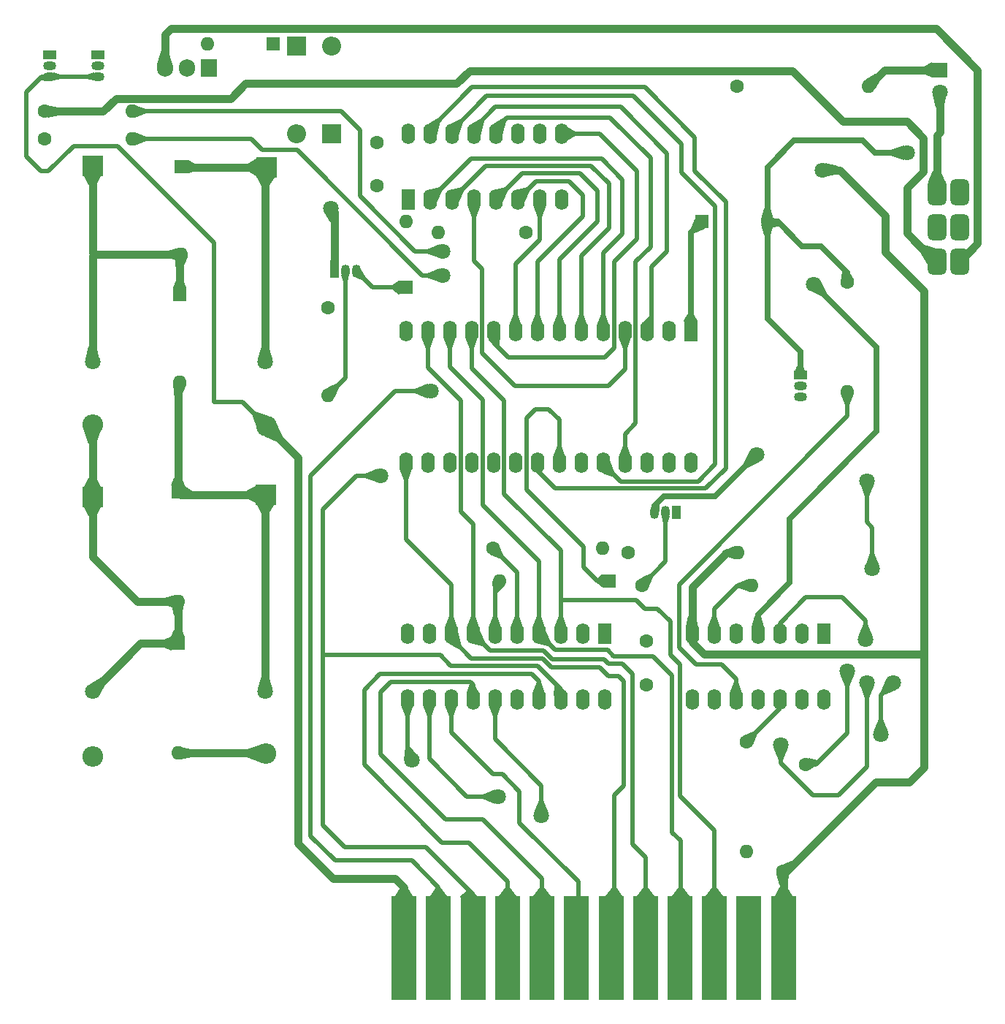
<source format=gbr>
%TF.GenerationSoftware,KiCad,Pcbnew,7.0.7*%
%TF.CreationDate,2024-05-12T11:23:56+02:00*%
%TF.ProjectId,Projekt,50726f6a-656b-4742-9e6b-696361645f70,rev?*%
%TF.SameCoordinates,Original*%
%TF.FileFunction,Copper,L2,Bot*%
%TF.FilePolarity,Positive*%
%FSLAX46Y46*%
G04 Gerber Fmt 4.6, Leading zero omitted, Abs format (unit mm)*
G04 Created by KiCad (PCBNEW 7.0.7) date 2024-05-12 11:23:56*
%MOMM*%
%LPD*%
G01*
G04 APERTURE LIST*
G04 Aperture macros list*
%AMRoundRect*
0 Rectangle with rounded corners*
0 $1 Rounding radius*
0 $2 $3 $4 $5 $6 $7 $8 $9 X,Y pos of 4 corners*
0 Add a 4 corners polygon primitive as box body*
4,1,4,$2,$3,$4,$5,$6,$7,$8,$9,$2,$3,0*
0 Add four circle primitives for the rounded corners*
1,1,$1+$1,$2,$3*
1,1,$1+$1,$4,$5*
1,1,$1+$1,$6,$7*
1,1,$1+$1,$8,$9*
0 Add four rect primitives between the rounded corners*
20,1,$1+$1,$2,$3,$4,$5,0*
20,1,$1+$1,$4,$5,$6,$7,0*
20,1,$1+$1,$6,$7,$8,$9,0*
20,1,$1+$1,$8,$9,$2,$3,0*%
%AMHorizOval*
0 Thick line with rounded ends*
0 $1 width*
0 $2 $3 position (X,Y) of the first rounded end (center of the circle)*
0 $4 $5 position (X,Y) of the second rounded end (center of the circle)*
0 Add line between two ends*
20,1,$1,$2,$3,$4,$5,0*
0 Add two circle primitives to create the rounded ends*
1,1,$1,$2,$3*
1,1,$1,$4,$5*%
G04 Aperture macros list end*
%TA.AperFunction,ComponentPad*%
%ADD10R,1.600000X1.600000*%
%TD*%
%TA.AperFunction,ComponentPad*%
%ADD11O,1.600000X1.600000*%
%TD*%
%TA.AperFunction,ComponentPad*%
%ADD12R,2.200000X2.200000*%
%TD*%
%TA.AperFunction,ComponentPad*%
%ADD13O,2.200000X2.200000*%
%TD*%
%TA.AperFunction,ComponentPad*%
%ADD14R,2.400000X2.400000*%
%TD*%
%TA.AperFunction,ComponentPad*%
%ADD15O,2.400000X2.400000*%
%TD*%
%TA.AperFunction,ComponentPad*%
%ADD16RoundRect,0.550000X-0.550000X-0.950000X0.550000X-0.950000X0.550000X0.950000X-0.550000X0.950000X0*%
%TD*%
%TA.AperFunction,ComponentPad*%
%ADD17C,1.800000*%
%TD*%
%TA.AperFunction,ComponentPad*%
%ADD18R,1.800000X1.800000*%
%TD*%
%TA.AperFunction,SMDPad,CuDef*%
%ADD19R,3.000000X12.000000*%
%TD*%
%TA.AperFunction,ComponentPad*%
%ADD20R,1.050000X1.500000*%
%TD*%
%TA.AperFunction,ComponentPad*%
%ADD21O,1.050000X1.500000*%
%TD*%
%TA.AperFunction,ComponentPad*%
%ADD22R,1.600000X2.400000*%
%TD*%
%TA.AperFunction,ComponentPad*%
%ADD23O,1.600000X2.400000*%
%TD*%
%TA.AperFunction,ComponentPad*%
%ADD24R,1.500000X1.050000*%
%TD*%
%TA.AperFunction,ComponentPad*%
%ADD25O,1.500000X1.050000*%
%TD*%
%TA.AperFunction,ComponentPad*%
%ADD26C,1.600000*%
%TD*%
%TA.AperFunction,ComponentPad*%
%ADD27HorizOval,1.600000X0.000000X0.000000X0.000000X0.000000X0*%
%TD*%
%TA.AperFunction,ComponentPad*%
%ADD28O,1.905000X2.000000*%
%TD*%
%TA.AperFunction,ComponentPad*%
%ADD29R,1.905000X2.000000*%
%TD*%
%TA.AperFunction,Conductor*%
%ADD30C,0.500000*%
%TD*%
%TA.AperFunction,Conductor*%
%ADD31C,0.900000*%
%TD*%
%TA.AperFunction,Conductor*%
%ADD32C,0.700000*%
%TD*%
G04 APERTURE END LIST*
D10*
%TO.P,D3,1,K*%
%TO.N,Net-(D3-K)*%
X69250000Y-67000000D03*
D11*
%TO.P,D3,2,A*%
%TO.N,Net-(D3-A)*%
X56550000Y-67000000D03*
%TD*%
D10*
%TO.P,D1,1,K*%
%TO.N,Net-(D1-K)*%
X30300000Y-4800000D03*
D11*
%TO.P,D1,2,A*%
%TO.N,Net-(D1-A)*%
X22680000Y-4800000D03*
%TD*%
D12*
%TO.P,Z2,1,K*%
%TO.N,Net-(T1-C)*%
X37100000Y-15160000D03*
D13*
%TO.P,Z2,2,A*%
%TO.N,GND*%
X37100000Y-5000000D03*
%TD*%
D12*
%TO.P,Z1,1,K*%
%TO.N,Net-(D1-K)*%
X33020000Y-5080000D03*
D13*
%TO.P,Z1,2,A*%
%TO.N,Net-(T1-C)*%
X33020000Y-15240000D03*
%TD*%
D10*
%TO.P,D6,1,K*%
%TO.N,Net-(D5-A)*%
X19500000Y-33820000D03*
D11*
%TO.P,D6,2,A*%
%TO.N,Net-(D6-A)*%
X19500000Y-43980000D03*
%TD*%
D10*
%TO.P,D5,1,K*%
%TO.N,Net-(D5-K)*%
X19700000Y-19000000D03*
D11*
%TO.P,D5,2,A*%
%TO.N,Net-(D5-A)*%
X19700000Y-29160000D03*
%TD*%
D10*
%TO.P,D7,1,K*%
%TO.N,Net-(D6-A)*%
X19300000Y-56700000D03*
D11*
%TO.P,D7,2,A*%
%TO.N,Net-(D7-A)*%
X19300000Y-69400000D03*
%TD*%
D10*
%TO.P,D4,1,K*%
%TO.N,Net-(D4-K)*%
X45720000Y-33020000D03*
D11*
%TO.P,D4,2,A*%
%TO.N,Net-(D4-A)*%
X45720000Y-25400000D03*
%TD*%
D10*
%TO.P,D2,1,K*%
%TO.N,Net-(D2-K)*%
X80010000Y-25400000D03*
D11*
%TO.P,D2,2,A*%
%TO.N,Net-(D2-A)*%
X87630000Y-25400000D03*
%TD*%
D10*
%TO.P,D8,1,K*%
%TO.N,Net-(D7-A)*%
X19300000Y-74250000D03*
D11*
%TO.P,D8,2,A*%
%TO.N,9VAC+Phase*%
X19300000Y-86950000D03*
%TD*%
D14*
%TO.P,C  1,1*%
%TO.N,Net-(D7-A)*%
X9400000Y-57300000D03*
D15*
%TO.P,C  1,2*%
%TO.N,9VAC -Phase*%
X9400000Y-87300000D03*
%TD*%
D14*
%TO.P,C  4,1*%
%TO.N,Net-(D5-K)*%
X29600000Y-19100000D03*
D15*
%TO.P,C  4,2*%
%TO.N,GND*%
X29600000Y-49100000D03*
%TD*%
D14*
%TO.P,C  3,1*%
%TO.N,Net-(D5-A)*%
X9400000Y-18900000D03*
D15*
%TO.P,C  3,2*%
%TO.N,Net-(D7-A)*%
X9400000Y-48900000D03*
%TD*%
D14*
%TO.P,C  2,1*%
%TO.N,Net-(D6-A)*%
X29500000Y-57000000D03*
D15*
%TO.P,C  2,2*%
%TO.N,9VAC+Phase*%
X29500000Y-87000000D03*
%TD*%
D16*
%TO.P,CB1,6*%
%TO.N,Net-(IC4-VO)*%
X109900000Y-30000000D03*
%TO.P,CB1,5*%
%TO.N,Net-(D2-A)*%
X109890000Y-26010000D03*
%TO.P,CB1,4*%
X109890000Y-22010000D03*
%TO.P,CB1,1*%
%TO.N,Net-(EPROMSOCKEL1-VCC)*%
X107270000Y-22000000D03*
%TO.P,CB1,2*%
X107270000Y-26000000D03*
%TO.P,CB1,3*%
%TO.N,Net-(D2-A)*%
X107280000Y-29990000D03*
%TD*%
D17*
%TO.P,,1*%
%TO.N,Net-(D5-A)*%
X9400000Y-41600000D03*
%TD*%
%TO.P,,1*%
%TO.N,Net-(D5-K)*%
X29400000Y-41600000D03*
%TD*%
%TO.P,,1*%
%TO.N,Net-(D6-A)*%
X29400000Y-79800000D03*
%TD*%
%TO.P,,1*%
%TO.N,Net-(D7-A)*%
X9400000Y-79800000D03*
%TD*%
%TO.P,LED,2,A*%
%TO.N,Net-(EPROMSOCKEL1-VCC)*%
X107600000Y-10365000D03*
D18*
%TO.P,LED,1,K*%
%TO.N,Net-(LED1-K)*%
X107600000Y-7825000D03*
%TD*%
D19*
%TO.P,REF\u002A\u002A,1*%
%TO.N,GND*%
X45500000Y-109500000D03*
%TD*%
%TO.P,REF\u002A\u002A,1*%
%TO.N,PA2*%
X49500000Y-109500000D03*
%TD*%
%TO.P,REF\u002A\u002A,1*%
%TO.N,PB7*%
X53500000Y-109500000D03*
%TD*%
%TO.P,REF\u002A\u002A,1*%
%TO.N,PB6*%
X57500000Y-109500000D03*
%TD*%
%TO.P,REF\u002A\u002A,1*%
%TO.N,PB5*%
X61500000Y-109500000D03*
%TD*%
%TO.P,REF\u002A\u002A,1*%
%TO.N,PB4*%
X65500000Y-109500000D03*
%TD*%
%TO.P,REF\u002A\u002A,1*%
%TO.N,PB3*%
X69500000Y-109500000D03*
%TD*%
%TO.P,REF\u002A\u002A,1*%
%TO.N,PB2*%
X73500000Y-109500000D03*
%TD*%
%TO.P,REF\u002A\u002A,1*%
%TO.N,PB1*%
X77500000Y-109500000D03*
%TD*%
%TO.P,REF\u002A\u002A,1*%
%TO.N,PB0*%
X81500000Y-109500000D03*
%TD*%
%TO.P,REF\u002A\u002A,1*%
%TO.N,N/C*%
X85500000Y-109500000D03*
%TD*%
%TO.P,REF\u002A\u002A,1*%
%TO.N,GND*%
X89500000Y-109500000D03*
%TD*%
D17*
%TO.P,,1*%
%TO.N,Net-(D2-A)*%
X103800000Y-17400000D03*
%TD*%
%TO.P,,1*%
%TO.N,Net-(IC2-O5)*%
X61400000Y-94200000D03*
%TD*%
%TO.P,REF\u002A\u002A,1*%
%TO.N,Net-(EPROMSOCKEL1-~{PGM})*%
X99000000Y-73800000D03*
%TD*%
%TO.P,,1*%
%TO.N,Net-(EPROMSOCKEL1-~{PGM})*%
X99200000Y-78800000D03*
%TD*%
%TO.P,,1*%
%TO.N,PB7*%
X42800000Y-54800000D03*
%TD*%
%TO.P,,1*%
%TO.N,Net-(D2-A)*%
X50000000Y-31600000D03*
%TD*%
D20*
%TO.P,T5,1,C*%
%TO.N,Net-(EPROMSOCKEL1-A13)*%
X77100000Y-59100000D03*
D21*
%TO.P,T5,2,B*%
%TO.N,Net-(T5-B)*%
X75830000Y-59100000D03*
%TO.P,T5,3,E*%
%TO.N,Net-(EPROMSOCKEL1-VCC)*%
X74560000Y-59100000D03*
%TD*%
D22*
%TO.P,IC1,1,Q11*%
%TO.N,Net-(D4-A)*%
X46000000Y-22820000D03*
D23*
%TO.P,IC1,2,Q5*%
%TO.N,Net-(EPROMSOCKEL1-A5)*%
X48540000Y-22820000D03*
%TO.P,IC1,3,Q4*%
%TO.N,Net-(EPROMSOCKEL1-A4)*%
X51080000Y-22820000D03*
%TO.P,IC1,4,Q6*%
%TO.N,Net-(EPROMSOCKEL1-A6)*%
X53620000Y-22820000D03*
%TO.P,IC1,5,Q3*%
%TO.N,Net-(EPROMSOCKEL1-A3)*%
X56160000Y-22820000D03*
%TO.P,IC1,6,Q2*%
%TO.N,Net-(EPROMSOCKEL1-A2)*%
X58700000Y-22820000D03*
%TO.P,IC1,7,Q1*%
%TO.N,Net-(EPROMSOCKEL1-A1)*%
X61240000Y-22820000D03*
%TO.P,IC1,8,VSS*%
%TO.N,GND*%
X63780000Y-22820000D03*
%TO.P,IC1,9,Q0*%
%TO.N,Net-(EPROMSOCKEL1-A0)*%
X63780000Y-15200000D03*
%TO.P,IC1,10,CLK*%
%TO.N,SP1*%
X61240000Y-15200000D03*
%TO.P,IC1,11,Reset*%
%TO.N,Net-(IC1-Reset)*%
X58700000Y-15200000D03*
%TO.P,IC1,12,Q8*%
%TO.N,Net-(EPROMSOCKEL1-A8)*%
X56160000Y-15200000D03*
%TO.P,IC1,13,Q7*%
%TO.N,Net-(EPROMSOCKEL1-A7)*%
X53620000Y-15200000D03*
%TO.P,IC1,14,Q9*%
%TO.N,Net-(EPROMSOCKEL1-A9)*%
X51080000Y-15200000D03*
%TO.P,IC1,15,Q10*%
%TO.N,Net-(EPROMSOCKEL1-A10)*%
X48540000Y-15200000D03*
%TO.P,IC1,16,VDD*%
%TO.N,Net-(EPROMSOCKEL1-VCC)*%
X46000000Y-15200000D03*
%TD*%
D17*
%TO.P,,1*%
%TO.N,SP1*%
X99200000Y-55400000D03*
%TD*%
D24*
%TO.P,T2,1,C*%
%TO.N,Net-(D1-A)*%
X10040000Y-6030000D03*
D25*
%TO.P,T2,2,B*%
%TO.N,Net-(T2-B)*%
X10040000Y-7300000D03*
%TO.P,T2,3,E*%
%TO.N,GND*%
X10040000Y-8570000D03*
%TD*%
D17*
%TO.P,,1*%
%TO.N,Net-(IC2-O5)*%
X96900000Y-77400000D03*
%TD*%
D26*
%TO.P,R7,1*%
%TO.N,Net-(IC2-O1)*%
X55800000Y-63200000D03*
D11*
%TO.P,R7,2*%
%TO.N,Net-(EPROMSOCKEL1-A13)*%
X68500000Y-63200000D03*
%TD*%
D26*
%TO.P,R1,1*%
%TO.N,Net-(D2-A)*%
X3840000Y-12600000D03*
D11*
%TO.P,R1,2*%
%TO.N,Net-(T2-B)*%
X14000000Y-12600000D03*
%TD*%
D26*
%TO.P,R8,1*%
%TO.N,Net-(D3-K)*%
X71500000Y-63700000D03*
D11*
%TO.P,R8,2*%
%TO.N,GND*%
X84200000Y-63700000D03*
%TD*%
D17*
%TO.P,,1*%
%TO.N,Net-(EPROMSOCKEL1-VCC)*%
X86400000Y-52400000D03*
%TD*%
%TO.P,,1*%
%TO.N,GND*%
X94000000Y-19400000D03*
%TD*%
%TO.P,,1*%
%TO.N,Net-(IC2-LE)*%
X46400000Y-87800000D03*
%TD*%
%TO.P,,1*%
%TO.N,Net-(EPROMSOCKEL1-~{PGM})*%
X89200000Y-86000000D03*
%TD*%
D26*
%TO.P,R6,1*%
%TO.N,Net-(D2-A)*%
X96900000Y-32350000D03*
D11*
%TO.P,R6,2*%
%TO.N,Net-(T4-B)*%
X96900000Y-45050000D03*
%TD*%
D26*
%TO.P,R11,1*%
%TO.N,GND*%
X89443809Y-100668990D03*
D27*
%TO.P,R11,2*%
%TO.N,Net-(IC2-O5)*%
X92084286Y-88246515D03*
%TD*%
D17*
%TO.P,,1*%
%TO.N,PA2*%
X48600000Y-45000000D03*
%TD*%
%TO.P,,1*%
%TO.N,SP1*%
X100800000Y-84800000D03*
%TD*%
D22*
%TO.P,EPROM-SOCKEL,1,VPP*%
%TO.N,Net-(D2-K)*%
X78740000Y-38100000D03*
D23*
%TO.P,EPROM-SOCKEL,2,A12*%
%TO.N,Net-(EPROMSOCKEL1-A12)*%
X76200000Y-38100000D03*
%TO.P,EPROM-SOCKEL,3,A7*%
%TO.N,Net-(EPROMSOCKEL1-A7)*%
X73660000Y-38100000D03*
%TO.P,EPROM-SOCKEL,4,A6*%
%TO.N,Net-(EPROMSOCKEL1-A6)*%
X71120000Y-38100000D03*
%TO.P,EPROM-SOCKEL,5,A5*%
%TO.N,Net-(EPROMSOCKEL1-A5)*%
X68580000Y-38100000D03*
%TO.P,EPROM-SOCKEL,6,A4*%
%TO.N,Net-(EPROMSOCKEL1-A4)*%
X66040000Y-38100000D03*
%TO.P,EPROM-SOCKEL,7,A3*%
%TO.N,Net-(EPROMSOCKEL1-A3)*%
X63500000Y-38100000D03*
%TO.P,EPROM-SOCKEL,8,A2*%
%TO.N,Net-(EPROMSOCKEL1-A2)*%
X60960000Y-38100000D03*
%TO.P,EPROM-SOCKEL,9,A1*%
%TO.N,Net-(EPROMSOCKEL1-A1)*%
X58420000Y-38100000D03*
%TO.P,EPROM-SOCKEL,10,A0*%
%TO.N,Net-(EPROMSOCKEL1-A0)*%
X55880000Y-38100000D03*
%TO.P,EPROM-SOCKEL,11,D0*%
%TO.N,PB0*%
X53340000Y-38100000D03*
%TO.P,EPROM-SOCKEL,12,D1*%
%TO.N,PB1*%
X50800000Y-38100000D03*
%TO.P,EPROM-SOCKEL,13,D2*%
%TO.N,PB2*%
X48260000Y-38100000D03*
%TO.P,EPROM-SOCKEL,14,GND*%
%TO.N,GND*%
X45720000Y-38100000D03*
%TO.P,EPROM-SOCKEL,15,D3*%
%TO.N,PB3*%
X45720000Y-53340000D03*
%TO.P,EPROM-SOCKEL,16,D4*%
%TO.N,PB4*%
X48260000Y-53340000D03*
%TO.P,EPROM-SOCKEL,17,D5*%
%TO.N,PB5*%
X50800000Y-53340000D03*
%TO.P,EPROM-SOCKEL,18,D6*%
%TO.N,PB6*%
X53340000Y-53340000D03*
%TO.P,EPROM-SOCKEL,19,D7*%
%TO.N,PB7*%
X55880000Y-53340000D03*
%TO.P,EPROM-SOCKEL,20,~{CE}*%
%TO.N,PA2*%
X58420000Y-53340000D03*
%TO.P,EPROM-SOCKEL,21,A10*%
%TO.N,Net-(EPROMSOCKEL1-A10)*%
X60960000Y-53340000D03*
%TO.P,EPROM-SOCKEL,22,~{OE}*%
%TO.N,Net-(D3-K)*%
X63500000Y-53340000D03*
%TO.P,EPROM-SOCKEL,23,A11*%
%TO.N,Net-(D4-K)*%
X66040000Y-53340000D03*
%TO.P,EPROM-SOCKEL,24,A9*%
%TO.N,Net-(EPROMSOCKEL1-A9)*%
X68580000Y-53340000D03*
%TO.P,EPROM-SOCKEL,25,A8*%
%TO.N,Net-(EPROMSOCKEL1-A8)*%
X71120000Y-53340000D03*
%TO.P,EPROM-SOCKEL,26,A13*%
%TO.N,Net-(EPROMSOCKEL1-A13)*%
X73660000Y-53340000D03*
%TO.P,EPROM-SOCKEL,27,~{PGM}*%
%TO.N,Net-(EPROMSOCKEL1-~{PGM})*%
X76200000Y-53340000D03*
%TO.P,EPROM-SOCKEL,28,VCC*%
%TO.N,Net-(EPROMSOCKEL1-VCC)*%
X78740000Y-53340000D03*
%TD*%
D24*
%TO.P,T4,1,C*%
%TO.N,Net-(D2-A)*%
X91440000Y-43180000D03*
D25*
%TO.P,T4,2,B*%
%TO.N,Net-(T4-B)*%
X91440000Y-44450000D03*
%TO.P,T4,3,E*%
%TO.N,Net-(D3-K)*%
X91440000Y-45720000D03*
%TD*%
D22*
%TO.P,IC3,1*%
%TO.N,Net-(IC2-O5)*%
X94140000Y-73100000D03*
D23*
%TO.P,IC3,2*%
%TO.N,Net-(T2-B)*%
X91600000Y-73100000D03*
%TO.P,IC3,3*%
%TO.N,Net-(EPROMSOCKEL1-~{PGM})*%
X89060000Y-73100000D03*
%TO.P,IC3,4*%
%TO.N,Net-(D2-A)*%
X86520000Y-73100000D03*
%TO.P,IC3,5*%
%TO.N,Net-(IC2-O1)*%
X83980000Y-73100000D03*
%TO.P,IC3,6*%
%TO.N,Net-(IC3-Pad6)*%
X81440000Y-73100000D03*
%TO.P,IC3,7,GND*%
%TO.N,GND*%
X78900000Y-73100000D03*
%TO.P,IC3,8*%
%TO.N,Net-(T3-B)*%
X78900000Y-80720000D03*
%TO.P,IC3,9*%
%TO.N,Net-(IC2-O6)*%
X81440000Y-80720000D03*
%TO.P,IC3,10*%
%TO.N,Net-(T4-B)*%
X83980000Y-80720000D03*
%TO.P,IC3,11*%
%TO.N,Net-(IC2-O7)*%
X86520000Y-80720000D03*
%TO.P,IC3,12*%
%TO.N,Net-(IC2-LE)*%
X89060000Y-80720000D03*
%TO.P,IC3,13*%
%TO.N,SP2*%
X91600000Y-80720000D03*
%TO.P,IC3,14,VCC*%
%TO.N,Net-(D2-A)*%
X94140000Y-80720000D03*
%TD*%
D17*
%TO.P,,1*%
%TO.N,Net-(D2-A)*%
X93000000Y-32600000D03*
%TD*%
D25*
%TO.P,T1,3,E*%
%TO.N,GND*%
X4420000Y-8570000D03*
%TO.P,T1,2,B*%
%TO.N,Net-(D2-A)*%
X4420000Y-7300000D03*
D24*
%TO.P,T1,1,C*%
%TO.N,Net-(T1-C)*%
X4420000Y-6030000D03*
%TD*%
D26*
%TO.P,C6,1*%
%TO.N,GND*%
X73600000Y-74000000D03*
%TO.P,C6,2*%
%TO.N,Net-(EPROMSOCKEL1-VCC)*%
X73600000Y-79000000D03*
%TD*%
D17*
%TO.P,,1*%
%TO.N,Net-(EPROMSOCKEL1-~{PGM})*%
X56400000Y-92000000D03*
%TD*%
%TO.P,,1*%
%TO.N,Net-(D2-A)*%
X37000000Y-23800000D03*
%TD*%
D26*
%TO.P,R9,1*%
%TO.N,Net-(T5-B)*%
X73100000Y-67500000D03*
D11*
%TO.P,R9,2*%
%TO.N,Net-(IC3-Pad6)*%
X85800000Y-67500000D03*
%TD*%
D22*
%TO.P,IC2,1,OE*%
%TO.N,GND*%
X68740000Y-73100000D03*
D23*
%TO.P,IC2,2,O0*%
%TO.N,Net-(EPROMSOCKEL1-A12)*%
X66200000Y-73100000D03*
%TO.P,IC2,3,D0*%
%TO.N,PB0*%
X63660000Y-73100000D03*
%TO.P,IC2,4,D1*%
%TO.N,PB1*%
X61120000Y-73100000D03*
%TO.P,IC2,5,O1*%
%TO.N,Net-(IC2-O1)*%
X58580000Y-73100000D03*
%TO.P,IC2,6,O2*%
%TO.N,Net-(D3-A)*%
X56040000Y-73100000D03*
%TO.P,IC2,7,D2*%
%TO.N,PB2*%
X53500000Y-73100000D03*
%TO.P,IC2,8,D3*%
%TO.N,PB3*%
X50960000Y-73100000D03*
%TO.P,IC2,9,O3*%
%TO.N,Net-(IC1-Reset)*%
X48420000Y-73100000D03*
%TO.P,IC2,10,GND*%
%TO.N,GND*%
X45880000Y-73100000D03*
%TO.P,IC2,11,LE*%
%TO.N,Net-(IC2-LE)*%
X45880000Y-80720000D03*
%TO.P,IC2,12,O4*%
%TO.N,Net-(EPROMSOCKEL1-~{PGM})*%
X48420000Y-80720000D03*
%TO.P,IC2,13,D4*%
%TO.N,PB4*%
X50960000Y-80720000D03*
%TO.P,IC2,14,D5*%
%TO.N,PB5*%
X53500000Y-80720000D03*
%TO.P,IC2,15,O5*%
%TO.N,Net-(IC2-O5)*%
X56040000Y-80720000D03*
%TO.P,IC2,16,O6*%
%TO.N,Net-(IC2-O6)*%
X58580000Y-80720000D03*
%TO.P,IC2,17,D6*%
%TO.N,PB6*%
X61120000Y-80720000D03*
%TO.P,IC2,18,D7*%
%TO.N,PB7*%
X63660000Y-80720000D03*
%TO.P,IC2,19,O7*%
%TO.N,Net-(IC2-O7)*%
X66200000Y-80720000D03*
%TO.P,IC2,20,VCC*%
%TO.N,Net-(EPROMSOCKEL1-VCC)*%
X68740000Y-80720000D03*
%TD*%
D17*
%TO.P,,1*%
%TO.N,SP1*%
X102200000Y-78800000D03*
%TD*%
D26*
%TO.P,R3,1*%
%TO.N,Net-(D2-A)*%
X36700000Y-35320000D03*
D11*
%TO.P,R3,2*%
%TO.N,Net-(T3-B)*%
X36700000Y-45480000D03*
%TD*%
D26*
%TO.P,R10,1*%
%TO.N,Net-(IC2-LE)*%
X85200000Y-85650000D03*
D11*
%TO.P,R10,2*%
%TO.N,Net-(EPROMSOCKEL1-VCC)*%
X85200000Y-98350000D03*
%TD*%
D20*
%TO.P,T3,1,C*%
%TO.N,Net-(D2-A)*%
X37430000Y-31100000D03*
D21*
%TO.P,T3,2,B*%
%TO.N,Net-(T3-B)*%
X38700000Y-31100000D03*
%TO.P,T3,3,E*%
%TO.N,Net-(D4-K)*%
X39970000Y-31100000D03*
%TD*%
D17*
%TO.P,,1*%
%TO.N,SP1*%
X99800000Y-65600000D03*
%TD*%
%TO.P,,1*%
%TO.N,Net-(T2-B)*%
X50000000Y-28800000D03*
%TD*%
D26*
%TO.P,R2,1*%
%TO.N,+5V*%
X3840000Y-15800000D03*
D11*
%TO.P,R2,2*%
%TO.N,Net-(D2-A)*%
X14000000Y-15800000D03*
%TD*%
D28*
%TO.P,IC4,3,VO*%
%TO.N,Net-(IC4-VO)*%
X17780000Y-7620000D03*
%TO.P,IC4,2,GND*%
%TO.N,Net-(D1-A)*%
X20320000Y-7620000D03*
D29*
%TO.P,IC4,1,VI*%
%TO.N,Net-(D5-K)*%
X22860000Y-7620000D03*
%TD*%
D26*
%TO.P,R5,1*%
%TO.N,GND*%
X84080000Y-9700000D03*
D11*
%TO.P,R5,2*%
%TO.N,Net-(LED1-K)*%
X99320000Y-9700000D03*
%TD*%
D26*
%TO.P,R4,1*%
%TO.N,GND*%
X59600000Y-26600000D03*
D11*
%TO.P,R4,2*%
%TO.N,Net-(D4-K)*%
X49440000Y-26600000D03*
%TD*%
D26*
%TO.P,C5,1*%
%TO.N,Net-(EPROMSOCKEL1-VCC)*%
X42400000Y-16200000D03*
%TO.P,C5,2*%
%TO.N,GND*%
X42400000Y-21200000D03*
%TD*%
D30*
%TO.N,Net-(EPROMSOCKEL1-A10)*%
X60960000Y-54260000D02*
X60960000Y-53340000D01*
X63000000Y-56300000D02*
X60960000Y-54260000D01*
X80500000Y-56300000D02*
X63000000Y-56300000D01*
X82800000Y-23100000D02*
X82800000Y-54000000D01*
X82800000Y-54000000D02*
X80500000Y-56300000D01*
X73400000Y-9800000D02*
X79200000Y-15600000D01*
X48540000Y-14660000D02*
X53400000Y-9800000D01*
X53400000Y-9800000D02*
X73400000Y-9800000D01*
X79200000Y-15600000D02*
X79200000Y-19500000D01*
X79200000Y-19500000D02*
X82800000Y-23100000D01*
X48540000Y-15200000D02*
X48540000Y-14660000D01*
%TO.N,Net-(EPROMSOCKEL1-A9)*%
X68580000Y-53480000D02*
X68580000Y-53340000D01*
X70600000Y-55500000D02*
X68580000Y-53480000D01*
X79600000Y-55500000D02*
X70600000Y-55500000D01*
X81600000Y-23600000D02*
X81600000Y-53500000D01*
X77700000Y-19700000D02*
X81600000Y-23600000D01*
X77700000Y-16400000D02*
X77700000Y-19700000D01*
X55100000Y-10800000D02*
X72100000Y-10800000D01*
X51080000Y-14820000D02*
X55100000Y-10800000D01*
X72100000Y-10800000D02*
X77700000Y-16400000D01*
X81600000Y-53500000D02*
X79600000Y-55500000D01*
X51080000Y-15200000D02*
X51080000Y-14820000D01*
%TO.N,Net-(EPROMSOCKEL1-A7)*%
X74200000Y-37560000D02*
X73660000Y-38100000D01*
X76000000Y-28800000D02*
X74200000Y-30600000D01*
X56100000Y-12100000D02*
X70600000Y-12100000D01*
X70600000Y-12100000D02*
X76000000Y-17500000D01*
X53620000Y-14580000D02*
X56100000Y-12100000D01*
X76000000Y-17500000D02*
X76000000Y-28800000D01*
X74200000Y-30600000D02*
X74200000Y-37560000D01*
X53620000Y-15200000D02*
X53620000Y-14580000D01*
%TO.N,Net-(EPROMSOCKEL1-A8)*%
X71120000Y-49980000D02*
X71120000Y-53340000D01*
X72370000Y-48730000D02*
X71120000Y-49980000D01*
X72370000Y-30030000D02*
X72370000Y-48730000D01*
X69400000Y-13300000D02*
X74100000Y-18000000D01*
X56160000Y-14540000D02*
X57400000Y-13300000D01*
X74100000Y-18000000D02*
X74100000Y-28300000D01*
X74100000Y-28300000D02*
X72370000Y-30030000D01*
X56160000Y-15200000D02*
X56160000Y-14540000D01*
X57400000Y-13300000D02*
X69400000Y-13300000D01*
D31*
%TO.N,Net-(EPROMSOCKEL1-VCC)*%
X107270000Y-15330000D02*
X107600000Y-15000000D01*
X107600000Y-15000000D02*
X107600000Y-10365000D01*
X107270000Y-22270000D02*
X107270000Y-15330000D01*
X107000000Y-22540000D02*
X107270000Y-22270000D01*
%TO.N,Net-(D2-A)*%
X103800000Y-26700000D02*
X107090000Y-29990000D01*
X107090000Y-29990000D02*
X107280000Y-29990000D01*
%TO.N,Net-(IC4-VO)*%
X18500000Y-3000000D02*
X17780000Y-3720000D01*
X17780000Y-3720000D02*
X17780000Y-7620000D01*
X112000000Y-27900000D02*
X112000000Y-7800000D01*
X112000000Y-7800000D02*
X107200000Y-3000000D01*
X107200000Y-3000000D02*
X18500000Y-3000000D01*
X109900000Y-30000000D02*
X112000000Y-27900000D01*
D30*
%TO.N,Net-(D3-K)*%
X67900000Y-67000000D02*
X69250000Y-67000000D01*
X66300000Y-65400000D02*
X67900000Y-67000000D01*
X66300000Y-63000000D02*
X66300000Y-65400000D01*
X59700000Y-56400000D02*
X66300000Y-63000000D01*
X59700000Y-48100000D02*
X59700000Y-56400000D01*
X60700000Y-47100000D02*
X59700000Y-48100000D01*
X62300000Y-47100000D02*
X60700000Y-47100000D01*
X63500000Y-48300000D02*
X62300000Y-47100000D01*
X63500000Y-53340000D02*
X63500000Y-48300000D01*
D31*
%TO.N,Net-(D5-A)*%
X19700000Y-29160000D02*
X9600000Y-29160000D01*
X9400000Y-28960000D02*
X9400000Y-18900000D01*
X9400000Y-29360000D02*
X9400000Y-41600000D01*
D30*
X9600000Y-29160000D02*
X9400000Y-29360000D01*
D31*
X9600000Y-29160000D02*
X9400000Y-28960000D01*
D30*
%TO.N,Net-(D5-K)*%
X29400000Y-19300000D02*
X29600000Y-19100000D01*
D31*
X29400000Y-41600000D02*
X29400000Y-19300000D01*
%TO.N,Net-(D7-A)*%
X9400000Y-79800000D02*
X14950000Y-74250000D01*
X14950000Y-74250000D02*
X19300000Y-74250000D01*
D30*
%TO.N,Net-(D6-A)*%
X29400000Y-57100000D02*
X29500000Y-57000000D01*
D31*
X29400000Y-79800000D02*
X29400000Y-57100000D01*
%TO.N,GND*%
X105800000Y-33400000D02*
X105800000Y-75500000D01*
X101300000Y-28900000D02*
X105800000Y-33400000D01*
X101300000Y-24700000D02*
X101300000Y-28900000D01*
X96000000Y-19400000D02*
X101300000Y-24700000D01*
X94000000Y-19400000D02*
X96000000Y-19400000D01*
X105800000Y-88600000D02*
X105800000Y-75500000D01*
X104100000Y-90300000D02*
X105800000Y-88600000D01*
X100200000Y-90300000D02*
X104100000Y-90300000D01*
X89831010Y-100668990D02*
X100200000Y-90300000D01*
D30*
X89443809Y-100668990D02*
X89831010Y-100668990D01*
%TO.N,Net-(EPROMSOCKEL1-VCC)*%
X106680000Y-22860000D02*
X107000000Y-22540000D01*
D31*
%TO.N,GND*%
X45500000Y-102500000D02*
X45500000Y-109500000D01*
X37300000Y-101500000D02*
X44500000Y-101500000D01*
X33200000Y-52700000D02*
X33200000Y-97400000D01*
X33200000Y-97400000D02*
X37300000Y-101500000D01*
X29600000Y-49100000D02*
X33200000Y-52700000D01*
X44500000Y-101500000D02*
X45500000Y-102500000D01*
D30*
X89500000Y-100725181D02*
X89443809Y-100668990D01*
D31*
X89500000Y-109500000D02*
X89500000Y-100725181D01*
D30*
%TO.N,PB0*%
X81500000Y-95900000D02*
X81500000Y-109500000D01*
X77500000Y-91900000D02*
X81500000Y-95900000D01*
X74900000Y-70200000D02*
X76400000Y-71700000D01*
X76400000Y-75600000D02*
X77500000Y-76700000D01*
X73400000Y-70200000D02*
X74900000Y-70200000D01*
X77500000Y-76700000D02*
X77500000Y-91900000D01*
X72400000Y-69200000D02*
X73400000Y-70200000D01*
X63660000Y-69200000D02*
X72400000Y-69200000D01*
X63660000Y-68600000D02*
X63660000Y-69200000D01*
X76400000Y-71700000D02*
X76400000Y-75600000D01*
%TO.N,PB1*%
X63020000Y-75000000D02*
X61120000Y-73100000D01*
X69100000Y-75000000D02*
X63020000Y-75000000D01*
X69800000Y-75700000D02*
X69100000Y-75000000D01*
X76600000Y-77900000D02*
X74400000Y-75700000D01*
X76600000Y-96100000D02*
X76600000Y-77900000D01*
X77600000Y-97100000D02*
X76600000Y-96100000D01*
X74400000Y-75700000D02*
X69800000Y-75700000D01*
X77600000Y-109400000D02*
X77600000Y-97100000D01*
X77500000Y-109500000D02*
X77600000Y-109400000D01*
%TO.N,PB2*%
X73500000Y-99000000D02*
X73500000Y-109500000D01*
X72000000Y-97500000D02*
X73500000Y-99000000D01*
X70800000Y-76600000D02*
X72000000Y-77800000D01*
X69200000Y-76600000D02*
X70800000Y-76600000D01*
X68700000Y-76100000D02*
X69200000Y-76600000D01*
X55500000Y-75100000D02*
X61700000Y-75100000D01*
X53500000Y-73100000D02*
X55500000Y-75100000D01*
X61700000Y-75100000D02*
X62700000Y-76100000D01*
X62700000Y-76100000D02*
X68700000Y-76100000D01*
X72000000Y-77800000D02*
X72000000Y-97500000D01*
%TO.N,PB3*%
X69900000Y-109100000D02*
X69500000Y-109500000D01*
X69900000Y-91800000D02*
X69900000Y-109100000D01*
X71000000Y-90700000D02*
X69900000Y-91800000D01*
X71000000Y-78600000D02*
X71000000Y-90700000D01*
X70400000Y-78000000D02*
X71000000Y-78600000D01*
X69200000Y-78000000D02*
X70400000Y-78000000D01*
X68200000Y-77000000D02*
X69200000Y-78000000D01*
X53300000Y-76000000D02*
X61610050Y-76000000D01*
X61610050Y-76000000D02*
X62610050Y-77000000D01*
X50960000Y-73100000D02*
X50960000Y-73660000D01*
X50960000Y-73660000D02*
X53300000Y-76000000D01*
X62610050Y-77000000D02*
X68200000Y-77000000D01*
%TO.N,PB5*%
X61500000Y-101500000D02*
X61500000Y-109500000D01*
X42800000Y-87100000D02*
X50300000Y-94600000D01*
X42800000Y-79900000D02*
X42800000Y-87100000D01*
X53200000Y-78700000D02*
X44000000Y-78700000D01*
X53500000Y-79000000D02*
X53200000Y-78700000D01*
X54600000Y-94600000D02*
X61500000Y-101500000D01*
X44000000Y-78700000D02*
X42800000Y-79900000D01*
X50300000Y-94600000D02*
X54600000Y-94600000D01*
X53500000Y-80720000D02*
X53500000Y-79000000D01*
%TO.N,PB6*%
X57500000Y-101800000D02*
X57500000Y-109500000D01*
X53000000Y-97300000D02*
X57500000Y-101800000D01*
X49900000Y-97300000D02*
X53000000Y-97300000D01*
X60300000Y-77800000D02*
X42700000Y-77800000D01*
X42700000Y-77800000D02*
X40900000Y-79600000D01*
X61120000Y-78620000D02*
X60300000Y-77800000D01*
X40900000Y-88300000D02*
X49900000Y-97300000D01*
X61120000Y-80720000D02*
X61120000Y-78620000D01*
X40900000Y-79600000D02*
X40900000Y-88300000D01*
%TO.N,PB7*%
X48000000Y-97800000D02*
X53500000Y-103300000D01*
X38600000Y-97800000D02*
X48000000Y-97800000D01*
X36100000Y-95300000D02*
X38600000Y-97800000D01*
X53500000Y-103300000D02*
X53500000Y-109500000D01*
X36100000Y-75400000D02*
X36100000Y-95300000D01*
%TO.N,PA2*%
X34700000Y-96600000D02*
X37500000Y-99400000D01*
X37500000Y-99400000D02*
X46400000Y-99400000D01*
X34700000Y-54800000D02*
X34700000Y-96600000D01*
X49500000Y-102500000D02*
X49500000Y-109500000D01*
X44500000Y-45000000D02*
X34700000Y-54800000D01*
X48600000Y-45000000D02*
X44500000Y-45000000D01*
X46400000Y-99400000D02*
X49500000Y-102500000D01*
%TO.N,Net-(D1-A)*%
X20320000Y-7160000D02*
X20320000Y-7620000D01*
%TO.N,Net-(D2-K)*%
X78800000Y-26610000D02*
X78800000Y-26900000D01*
D32*
X80010000Y-25400000D02*
X78800000Y-26610000D01*
X78740000Y-26960000D02*
X78740000Y-38100000D01*
D30*
X78800000Y-26900000D02*
X78740000Y-26960000D01*
D32*
%TO.N,Net-(D2-A)*%
X90200000Y-59800000D02*
X100300000Y-49700000D01*
X87630000Y-36630000D02*
X87630000Y-25400000D01*
X88850000Y-25400000D02*
X87630000Y-25400000D01*
X86520000Y-70880000D02*
X90200000Y-67200000D01*
X100300000Y-39900000D02*
X93000000Y-32600000D01*
X90200000Y-67200000D02*
X90200000Y-59800000D01*
X98700000Y-16000000D02*
X100100000Y-17400000D01*
X91440000Y-40440000D02*
X87630000Y-36630000D01*
X93800000Y-28200000D02*
X91650000Y-28200000D01*
X91440000Y-43180000D02*
X91440000Y-40440000D01*
X96900000Y-31300000D02*
X93800000Y-28200000D01*
D30*
X96900000Y-32350000D02*
X96900000Y-31300000D01*
D32*
X87630000Y-19070000D02*
X90700000Y-16000000D01*
X87630000Y-25400000D02*
X87630000Y-19070000D01*
D31*
X37430000Y-31100000D02*
X37430000Y-24230000D01*
D30*
X37430000Y-24230000D02*
X37000000Y-23800000D01*
D32*
X91650000Y-28200000D02*
X88850000Y-25400000D01*
X100300000Y-49700000D02*
X100300000Y-39900000D01*
X86520000Y-73100000D02*
X86520000Y-70880000D01*
X100100000Y-17400000D02*
X103800000Y-17400000D01*
X90700000Y-16000000D02*
X98700000Y-16000000D01*
D30*
%TO.N,Net-(D3-A)*%
X56040000Y-67510000D02*
X56550000Y-67000000D01*
X56040000Y-73100000D02*
X56040000Y-67510000D01*
%TO.N,Net-(D4-K)*%
X39970000Y-31100000D02*
X41890000Y-33020000D01*
X41890000Y-33020000D02*
X45720000Y-33020000D01*
%TO.N,Net-(D5-K)*%
X19800000Y-19100000D02*
X19700000Y-19000000D01*
D31*
X29600000Y-19100000D02*
X19800000Y-19100000D01*
D30*
%TO.N,Net-(D5-A)*%
X19500000Y-29360000D02*
X19700000Y-29160000D01*
D31*
X19500000Y-33820000D02*
X19500000Y-29360000D01*
D30*
%TO.N,Net-(D6-A)*%
X19300000Y-44180000D02*
X19500000Y-43980000D01*
D31*
X29500000Y-57000000D02*
X19600000Y-57000000D01*
D30*
X19600000Y-57000000D02*
X19300000Y-56700000D01*
D31*
X19300000Y-56700000D02*
X19300000Y-44180000D01*
%TO.N,Net-(D7-A)*%
X9400000Y-57300000D02*
X9400000Y-48900000D01*
X19300000Y-69400000D02*
X19300000Y-74250000D01*
X9400000Y-64200000D02*
X14600000Y-69400000D01*
X14600000Y-69400000D02*
X19300000Y-69400000D01*
X9400000Y-57300000D02*
X9400000Y-64200000D01*
D30*
%TO.N,9VAC+Phase*%
X29450000Y-86950000D02*
X29500000Y-87000000D01*
D31*
X19300000Y-86950000D02*
X29450000Y-86950000D01*
D30*
%TO.N,Net-(EPROMSOCKEL1-A6)*%
X69200000Y-44400000D02*
X71120000Y-42480000D01*
X54590000Y-40590000D02*
X58400000Y-44400000D01*
X53600000Y-29900000D02*
X54590000Y-30890000D01*
X71120000Y-42480000D02*
X71120000Y-38100000D01*
X53620000Y-29880000D02*
X53600000Y-29900000D01*
X53620000Y-22820000D02*
X53620000Y-29880000D01*
X54590000Y-30890000D02*
X54590000Y-40590000D01*
X58400000Y-44400000D02*
X69200000Y-44400000D01*
%TO.N,Net-(EPROMSOCKEL1-A5)*%
X53260000Y-18100000D02*
X54900000Y-18100000D01*
X68400000Y-18100000D02*
X70800000Y-20500000D01*
X70800000Y-20500000D02*
X70800000Y-26800000D01*
X48540000Y-22820000D02*
X53260000Y-18100000D01*
X64900000Y-18100000D02*
X68400000Y-18100000D01*
X54900000Y-18100000D02*
X64900000Y-18100000D01*
X70800000Y-26800000D02*
X68580000Y-29020000D01*
X68580000Y-29020000D02*
X68580000Y-38100000D01*
%TO.N,Net-(EPROMSOCKEL1-A4)*%
X51080000Y-22820000D02*
X55000000Y-18900000D01*
X55000000Y-18900000D02*
X67200000Y-18900000D01*
X69300000Y-26100000D02*
X66040000Y-29360000D01*
X66040000Y-29360000D02*
X66040000Y-38100000D01*
X67200000Y-18900000D02*
X69300000Y-21000000D01*
X69300000Y-21000000D02*
X69300000Y-26100000D01*
%TO.N,Net-(EPROMSOCKEL1-A3)*%
X56160000Y-22820000D02*
X59180000Y-19800000D01*
X67900000Y-25400000D02*
X63500000Y-29800000D01*
X63500000Y-29800000D02*
X63500000Y-38100000D01*
X65900000Y-19800000D02*
X67900000Y-21800000D01*
X59180000Y-19800000D02*
X65900000Y-19800000D01*
X67900000Y-21800000D02*
X67900000Y-25400000D01*
%TO.N,Net-(EPROMSOCKEL1-A2)*%
X66200000Y-22300000D02*
X66200000Y-24800000D01*
X58700000Y-22820000D02*
X60820000Y-20700000D01*
X60820000Y-20700000D02*
X64600000Y-20700000D01*
X64600000Y-20700000D02*
X66200000Y-22300000D01*
X60960000Y-30040000D02*
X60960000Y-38100000D01*
X66200000Y-24800000D02*
X60960000Y-30040000D01*
%TO.N,Net-(EPROMSOCKEL1-A1)*%
X61240000Y-22820000D02*
X61240000Y-27460000D01*
X61240000Y-27460000D02*
X58420000Y-30280000D01*
X58420000Y-30280000D02*
X58420000Y-38100000D01*
%TO.N,Net-(EPROMSOCKEL1-A0)*%
X69900000Y-37152233D02*
X69870000Y-37182233D01*
X69900000Y-40000000D02*
X68800000Y-41100000D01*
X69870000Y-37182233D02*
X69870000Y-39017767D01*
X68200000Y-15200000D02*
X72500000Y-19500000D01*
X69900000Y-30000000D02*
X69900000Y-37152233D01*
X72500000Y-19500000D02*
X72500000Y-27400000D01*
X69900000Y-39047767D02*
X69900000Y-40000000D01*
X72500000Y-27400000D02*
X69900000Y-30000000D01*
X68800000Y-41100000D02*
X57600000Y-41100000D01*
X63780000Y-15200000D02*
X68200000Y-15200000D01*
X55880000Y-39380000D02*
X55880000Y-38100000D01*
X69870000Y-39017767D02*
X69900000Y-39047767D01*
X57600000Y-41100000D02*
X55880000Y-39380000D01*
%TO.N,PB0*%
X57130000Y-56930000D02*
X57130000Y-46130000D01*
X53340000Y-42340000D02*
X53340000Y-38100000D01*
X63660000Y-73100000D02*
X63660000Y-68600000D01*
X63660000Y-63460000D02*
X57130000Y-56930000D01*
X57130000Y-46130000D02*
X53340000Y-42340000D01*
X63660000Y-68600000D02*
X63660000Y-63460000D01*
%TO.N,PB1*%
X61120000Y-64720000D02*
X54630000Y-58230000D01*
X61120000Y-73100000D02*
X61120000Y-64720000D01*
X54630000Y-46030000D02*
X50800000Y-42200000D01*
X50800000Y-42200000D02*
X50800000Y-38100000D01*
X54630000Y-58230000D02*
X54630000Y-46030000D01*
%TO.N,PB2*%
X52090000Y-46090000D02*
X48260000Y-42260000D01*
X48260000Y-42260000D02*
X48260000Y-38100000D01*
X53500000Y-73100000D02*
X53500000Y-60400000D01*
X52090000Y-58990000D02*
X52090000Y-46090000D01*
X53500000Y-60400000D02*
X52090000Y-58990000D01*
D32*
%TO.N,Net-(EPROMSOCKEL1-VCC)*%
X81600000Y-57200000D02*
X86400000Y-52400000D01*
X74560000Y-58300000D02*
X75660000Y-57200000D01*
D30*
X74560000Y-59100000D02*
X74560000Y-58300000D01*
D32*
X75660000Y-57200000D02*
X81600000Y-57200000D01*
D30*
%TO.N,PB3*%
X45720000Y-62220000D02*
X45720000Y-53340000D01*
X50960000Y-67460000D02*
X45720000Y-62220000D01*
X50960000Y-73100000D02*
X50960000Y-67460000D01*
%TO.N,PB4*%
X50960000Y-84560000D02*
X55800000Y-89400000D01*
X65700000Y-101800000D02*
X65700000Y-103500000D01*
X55800000Y-89400000D02*
X56900000Y-89400000D01*
X50960000Y-80720000D02*
X50960000Y-84560000D01*
X58900000Y-91400000D02*
X58900000Y-95000000D01*
X56900000Y-89400000D02*
X58900000Y-91400000D01*
X58900000Y-95000000D02*
X65700000Y-101800000D01*
%TO.N,PB7*%
X36300000Y-75600000D02*
X36100000Y-75400000D01*
X49700000Y-75600000D02*
X36300000Y-75600000D01*
X63660000Y-80720000D02*
X63660000Y-79510000D01*
X40000000Y-54800000D02*
X39200000Y-55600000D01*
X50900000Y-76800000D02*
X49700000Y-75600000D01*
X36100000Y-58700000D02*
X36100000Y-67200000D01*
X36100000Y-67200000D02*
X36100000Y-75400000D01*
X60950000Y-76800000D02*
X50900000Y-76800000D01*
X42800000Y-54800000D02*
X40000000Y-54800000D01*
X63660000Y-79510000D02*
X60950000Y-76800000D01*
X39200000Y-55600000D02*
X36100000Y-58700000D01*
%TO.N,Net-(EPROMSOCKEL1-~{PGM})*%
X48420000Y-80720000D02*
X48420000Y-87620000D01*
X92100000Y-68900000D02*
X89060000Y-71940000D01*
X52800000Y-92000000D02*
X56400000Y-92000000D01*
X92900000Y-91800000D02*
X89200000Y-88100000D01*
X48420000Y-87620000D02*
X52800000Y-92000000D01*
X95900000Y-91800000D02*
X92900000Y-91800000D01*
X99200000Y-88500000D02*
X95900000Y-91800000D01*
X89200000Y-88100000D02*
X89200000Y-86000000D01*
X89060000Y-71940000D02*
X89060000Y-73100000D01*
X99000000Y-73800000D02*
X99000000Y-71600000D01*
X99000000Y-71600000D02*
X96300000Y-68900000D01*
X99200000Y-78800000D02*
X99200000Y-88500000D01*
X96300000Y-68900000D02*
X92100000Y-68900000D01*
%TO.N,GND*%
X23500000Y-46300000D02*
X26800000Y-46300000D01*
X78900000Y-74100000D02*
X78900000Y-73100000D01*
D31*
X80300000Y-75500000D02*
X78900000Y-74100000D01*
X82900000Y-63700000D02*
X78900000Y-67700000D01*
D30*
X4420000Y-8570000D02*
X10040000Y-8570000D01*
X3530000Y-8570000D02*
X1700000Y-10400000D01*
X4420000Y-8570000D02*
X3530000Y-8570000D01*
X23500000Y-27800000D02*
X23500000Y-46300000D01*
D31*
X105800000Y-75500000D02*
X80300000Y-75500000D01*
D30*
X3400000Y-19500000D02*
X4300000Y-19500000D01*
X1700000Y-17800000D02*
X3400000Y-19500000D01*
X26800000Y-46300000D02*
X29600000Y-49100000D01*
X4300000Y-19500000D02*
X7200000Y-16600000D01*
X1700000Y-10400000D02*
X1700000Y-17800000D01*
X12300000Y-16600000D02*
X23500000Y-27800000D01*
D31*
X78900000Y-67700000D02*
X78900000Y-73100000D01*
X84200000Y-63700000D02*
X82900000Y-63700000D01*
D30*
X7200000Y-16600000D02*
X12300000Y-16600000D01*
D31*
%TO.N,Net-(D2-A)*%
X105700000Y-15700000D02*
X105700000Y-19600000D01*
X53100000Y-7900000D02*
X90500000Y-7900000D01*
X27100000Y-9400000D02*
X51600000Y-9400000D01*
X3840000Y-12600000D02*
X10600000Y-12600000D01*
X51600000Y-9400000D02*
X53100000Y-7900000D01*
X12100000Y-11100000D02*
X25400000Y-11100000D01*
X103800000Y-21500000D02*
X103800000Y-26700000D01*
X25400000Y-11100000D02*
X27100000Y-9400000D01*
X105700000Y-19600000D02*
X103800000Y-21500000D01*
X96400000Y-13800000D02*
X103800000Y-13800000D01*
X10600000Y-12600000D02*
X12100000Y-11100000D01*
X90500000Y-7900000D02*
X96400000Y-13800000D01*
X103800000Y-13800000D02*
X105700000Y-15700000D01*
D30*
%TO.N,Net-(T2-B)*%
X14000000Y-12600000D02*
X38200000Y-12600000D01*
X38200000Y-12600000D02*
X40400000Y-14800000D01*
X40400000Y-14800000D02*
X40400000Y-22400000D01*
X40400000Y-22400000D02*
X46800000Y-28800000D01*
X46800000Y-28800000D02*
X50000000Y-28800000D01*
%TO.N,Net-(D2-A)*%
X27800000Y-15800000D02*
X14000000Y-15800000D01*
X50000000Y-31600000D02*
X47600000Y-31600000D01*
X29100000Y-17100000D02*
X27800000Y-15800000D01*
X47600000Y-31600000D02*
X33100000Y-17100000D01*
X33100000Y-17100000D02*
X29100000Y-17100000D01*
%TO.N,Net-(T3-B)*%
X38700000Y-43480000D02*
X36700000Y-45480000D01*
X38700000Y-31100000D02*
X38700000Y-43480000D01*
D31*
%TO.N,Net-(LED1-K)*%
X107600000Y-7825000D02*
X101195000Y-7825000D01*
X101195000Y-7825000D02*
X99320000Y-9700000D01*
D30*
%TO.N,Net-(T4-B)*%
X82300000Y-76700000D02*
X83980000Y-78380000D01*
X96900000Y-47900000D02*
X77400000Y-67400000D01*
X79400000Y-76700000D02*
X82300000Y-76700000D01*
X96900000Y-45050000D02*
X96900000Y-47900000D01*
X77400000Y-67400000D02*
X77400000Y-74700000D01*
X83980000Y-78380000D02*
X83980000Y-80720000D01*
X77400000Y-74700000D02*
X79400000Y-76700000D01*
%TO.N,Net-(IC2-O1)*%
X58580000Y-73100000D02*
X58580000Y-65980000D01*
X58580000Y-65980000D02*
X55800000Y-63200000D01*
%TO.N,Net-(T5-B)*%
X75830000Y-64770000D02*
X73100000Y-67500000D01*
X75830000Y-59100000D02*
X75830000Y-64770000D01*
%TO.N,Net-(IC3-Pad6)*%
X85800000Y-67500000D02*
X84200000Y-67500000D01*
X81440000Y-70260000D02*
X81440000Y-73100000D01*
X84200000Y-67500000D02*
X81440000Y-70260000D01*
%TO.N,Net-(IC2-LE)*%
X85200000Y-85650000D02*
X89060000Y-81790000D01*
X89060000Y-81790000D02*
X89060000Y-80720000D01*
X45880000Y-80720000D02*
X45880000Y-87280000D01*
X45880000Y-87280000D02*
X46400000Y-87800000D01*
%TO.N,Net-(IC2-O5)*%
X56040000Y-85340000D02*
X61400000Y-90700000D01*
X96900000Y-84600000D02*
X93253485Y-88246515D01*
X61400000Y-90700000D02*
X61400000Y-94200000D01*
X93253485Y-88246515D02*
X92084287Y-88246515D01*
X56040000Y-80720000D02*
X56040000Y-85340000D01*
X96900000Y-77400000D02*
X96900000Y-84600000D01*
%TO.N,SP1*%
X99200000Y-60200000D02*
X99800000Y-60800000D01*
X99200000Y-55400000D02*
X99200000Y-60200000D01*
X100800000Y-80200000D02*
X102200000Y-78800000D01*
X99800000Y-60800000D02*
X99800000Y-65600000D01*
X100800000Y-84800000D02*
X100800000Y-80200000D01*
%TD*%
%TA.AperFunction,Conductor*%
%TO.N,Net-(EPROMSOCKEL1-A10)*%
G36*
X49416965Y-13442073D02*
G01*
X49759502Y-13784610D01*
X49762929Y-13792883D01*
X49762561Y-13795796D01*
X49343027Y-15428052D01*
X49337648Y-15435211D01*
X49328782Y-15436471D01*
X49328347Y-15436350D01*
X48546302Y-15202800D01*
X48539355Y-15197149D01*
X48538105Y-15193489D01*
X48349334Y-14046241D01*
X48351372Y-14037521D01*
X48355109Y-14034163D01*
X48775591Y-13795796D01*
X49402923Y-13440167D01*
X49411809Y-13439069D01*
X49416965Y-13442073D01*
G37*
%TD.AperFunction*%
%TD*%
%TA.AperFunction,Conductor*%
%TO.N,Net-(EPROMSOCKEL1-A9)*%
G36*
X69378253Y-53037864D02*
G01*
X69384314Y-53044135D01*
X69989363Y-54531543D01*
X69989306Y-54540498D01*
X69986798Y-54544225D01*
X69643850Y-54887173D01*
X69635577Y-54890600D01*
X69631872Y-54889998D01*
X68590086Y-54542241D01*
X68583324Y-54536371D01*
X68582091Y-54531170D01*
X68579311Y-53347365D01*
X68582718Y-53339087D01*
X68586832Y-53336413D01*
X69369302Y-53037614D01*
X69378253Y-53037864D01*
G37*
%TD.AperFunction*%
%TD*%
%TA.AperFunction,Conductor*%
%TO.N,Net-(EPROMSOCKEL1-A9)*%
G36*
X52048470Y-13509708D02*
G01*
X52391109Y-13852347D01*
X52394536Y-13860620D01*
X52393977Y-13864194D01*
X51883609Y-15455182D01*
X51877819Y-15462013D01*
X51868894Y-15462749D01*
X51868783Y-15462712D01*
X51086500Y-15203098D01*
X51079727Y-15197240D01*
X51078542Y-15193151D01*
X50963080Y-14031567D01*
X50965672Y-14022996D01*
X50969649Y-14019867D01*
X52035129Y-13507436D01*
X52044067Y-13506940D01*
X52048470Y-13509708D01*
G37*
%TD.AperFunction*%
%TD*%
%TA.AperFunction,Conductor*%
%TO.N,Net-(EPROMSOCKEL1-A7)*%
G36*
X54449225Y-13410245D02*
G01*
X54791708Y-13752728D01*
X54795135Y-13761001D01*
X54794849Y-13763574D01*
X54422713Y-15414567D01*
X54417551Y-15421884D01*
X54408726Y-15423408D01*
X54408122Y-15423254D01*
X53626211Y-15202658D01*
X53619179Y-15197114D01*
X53617908Y-15193656D01*
X53393989Y-14053259D01*
X53395758Y-14044482D01*
X53399367Y-14041024D01*
X54434855Y-13408532D01*
X54443700Y-13407145D01*
X54449225Y-13410245D01*
G37*
%TD.AperFunction*%
%TD*%
%TA.AperFunction,Conductor*%
%TO.N,Net-(EPROMSOCKEL1-A7)*%
G36*
X74446657Y-36320580D02*
G01*
X74450084Y-36328768D01*
X74459947Y-37692717D01*
X74456580Y-37701015D01*
X74453490Y-37703262D01*
X73670102Y-38095936D01*
X73661170Y-38096579D01*
X73654588Y-38091078D01*
X73441835Y-37701015D01*
X73126745Y-37123326D01*
X73125792Y-37114423D01*
X73128892Y-37109308D01*
X73946600Y-36320432D01*
X73954723Y-36317153D01*
X74438384Y-36317153D01*
X74446657Y-36320580D01*
G37*
%TD.AperFunction*%
%TD*%
%TA.AperFunction,Conductor*%
%TO.N,Net-(EPROMSOCKEL1-A8)*%
G36*
X71370188Y-51343427D02*
G01*
X71372859Y-51347563D01*
X71856367Y-52626613D01*
X71856087Y-52635563D01*
X71853511Y-52639204D01*
X71128087Y-53333261D01*
X71119741Y-53336504D01*
X71111911Y-53333261D01*
X70386487Y-52639202D01*
X70382879Y-52631008D01*
X70383631Y-52626617D01*
X70867141Y-51347562D01*
X70873272Y-51341036D01*
X70878085Y-51340000D01*
X71361915Y-51340000D01*
X71370188Y-51343427D01*
G37*
%TD.AperFunction*%
%TD*%
%TA.AperFunction,Conductor*%
%TO.N,Net-(EPROMSOCKEL1-A8)*%
G36*
X56965356Y-13394332D02*
G01*
X57307810Y-13736786D01*
X57311237Y-13745059D01*
X57310988Y-13747462D01*
X56962552Y-15407875D01*
X56957499Y-15415268D01*
X56948698Y-15416923D01*
X56948010Y-15416756D01*
X56166169Y-15202590D01*
X56159095Y-15197099D01*
X56157814Y-15193733D01*
X55916718Y-14056683D01*
X55918355Y-14047879D01*
X55921900Y-14044375D01*
X56950825Y-13392720D01*
X56959646Y-13391189D01*
X56965356Y-13394332D01*
G37*
%TD.AperFunction*%
%TD*%
%TA.AperFunction,Conductor*%
%TO.N,Net-(EPROMSOCKEL1-VCC)*%
G36*
X107604487Y-10365864D02*
G01*
X108422077Y-10705504D01*
X108428403Y-10711843D01*
X108428907Y-10719275D01*
X108052289Y-12156266D01*
X108046876Y-12163400D01*
X108040971Y-12165000D01*
X107159029Y-12165000D01*
X107150756Y-12161573D01*
X107147711Y-12156266D01*
X106771092Y-10719275D01*
X106772310Y-10710404D01*
X106777921Y-10705504D01*
X107595512Y-10365863D01*
X107604465Y-10365855D01*
X107604487Y-10365864D01*
G37*
%TD.AperFunction*%
%TD*%
%TA.AperFunction,Conductor*%
%TO.N,Net-(EPROMSOCKEL1-VCC)*%
G36*
X107720632Y-19503427D02*
G01*
X107723072Y-19506996D01*
X108267151Y-20746032D01*
X108267339Y-20754985D01*
X108265570Y-20758050D01*
X107279132Y-21989598D01*
X107271285Y-21993913D01*
X107262686Y-21991416D01*
X107260868Y-21989598D01*
X106274429Y-20758050D01*
X106271932Y-20749451D01*
X106272846Y-20746037D01*
X106816927Y-19506996D01*
X106823392Y-19500799D01*
X106827641Y-19500000D01*
X107712359Y-19500000D01*
X107720632Y-19503427D01*
G37*
%TD.AperFunction*%
%TD*%
%TA.AperFunction,Conductor*%
%TO.N,Net-(D2-A)*%
G36*
X105797943Y-28056969D02*
G01*
X106442134Y-28270666D01*
X107096251Y-28487657D01*
X107103024Y-28493515D01*
X107104186Y-28497389D01*
X107279579Y-29981168D01*
X107277147Y-29989786D01*
X107271569Y-29993670D01*
X106188729Y-30344808D01*
X106179802Y-30344101D01*
X106175171Y-30339837D01*
X105159572Y-28698970D01*
X105158132Y-28690131D01*
X105161246Y-28684541D01*
X105785987Y-28059800D01*
X105794259Y-28056374D01*
X105797943Y-28056969D01*
G37*
%TD.AperFunction*%
%TD*%
%TA.AperFunction,Conductor*%
%TO.N,Net-(IC4-VO)*%
G36*
X18229392Y-5670927D02*
G01*
X18232388Y-5676054D01*
X18657333Y-7198460D01*
X18656257Y-7207350D01*
X18651035Y-7212198D01*
X17784971Y-7618666D01*
X17776026Y-7619078D01*
X17775029Y-7618666D01*
X16908964Y-7212198D01*
X16902931Y-7205580D01*
X16902666Y-7198460D01*
X17327612Y-5676054D01*
X17333137Y-5669007D01*
X17338881Y-5667500D01*
X18221119Y-5667500D01*
X18229392Y-5670927D01*
G37*
%TD.AperFunction*%
%TD*%
%TA.AperFunction,Conductor*%
%TO.N,Net-(D3-K)*%
G36*
X68457458Y-66207458D02*
G01*
X69241936Y-66991936D01*
X69245363Y-67000209D01*
X69241936Y-67008482D01*
X69241440Y-67008950D01*
X68457327Y-67706533D01*
X68448868Y-67709472D01*
X68442302Y-67706977D01*
X67556777Y-67008152D01*
X67552405Y-67000336D01*
X67554840Y-66991719D01*
X67555743Y-66990703D01*
X67899792Y-66646654D01*
X67900224Y-66646264D01*
X68441811Y-66206646D01*
X68450394Y-66204094D01*
X68457458Y-66207458D01*
G37*
%TD.AperFunction*%
%TD*%
%TA.AperFunction,Conductor*%
%TO.N,Net-(D3-K)*%
G36*
X63750188Y-51343427D02*
G01*
X63752859Y-51347563D01*
X64236367Y-52626613D01*
X64236087Y-52635563D01*
X64233511Y-52639204D01*
X63508088Y-53333261D01*
X63499742Y-53336504D01*
X63491912Y-53333261D01*
X63148502Y-53004700D01*
X62766487Y-52639202D01*
X62762879Y-52631008D01*
X62763631Y-52626617D01*
X63247141Y-51347562D01*
X63253272Y-51341036D01*
X63258085Y-51340000D01*
X63741915Y-51340000D01*
X63750188Y-51343427D01*
G37*
%TD.AperFunction*%
%TD*%
%TA.AperFunction,Conductor*%
%TO.N,Net-(D5-A)*%
G36*
X19393088Y-28424577D02*
G01*
X19397622Y-28429965D01*
X19699134Y-29155510D01*
X19699144Y-29164463D01*
X19699135Y-29164485D01*
X19699134Y-29164490D01*
X19397622Y-29890034D01*
X19391283Y-29896359D01*
X19384267Y-29896962D01*
X18109149Y-29612044D01*
X18101822Y-29606896D01*
X18100000Y-29600626D01*
X18100000Y-28719373D01*
X18103427Y-28711100D01*
X18109146Y-28707956D01*
X19384269Y-28423037D01*
X19393088Y-28424577D01*
G37*
%TD.AperFunction*%
%TD*%
%TA.AperFunction,Conductor*%
%TO.N,Net-(D5-A)*%
G36*
X9407486Y-18908293D02*
G01*
X9408991Y-18909798D01*
X10394893Y-20093867D01*
X10397554Y-20102417D01*
X10396154Y-20106991D01*
X9853334Y-21093938D01*
X9846344Y-21099536D01*
X9843082Y-21100000D01*
X8956918Y-21100000D01*
X8948645Y-21096573D01*
X8946666Y-21093938D01*
X8403845Y-20106991D01*
X8402861Y-20098091D01*
X8405104Y-20093868D01*
X9391009Y-18909797D01*
X9398936Y-18905632D01*
X9407486Y-18908293D01*
G37*
%TD.AperFunction*%
%TD*%
%TA.AperFunction,Conductor*%
%TO.N,Net-(D5-A)*%
G36*
X9849244Y-39803427D02*
G01*
X9852289Y-39808734D01*
X10228907Y-41245724D01*
X10227689Y-41254595D01*
X10222077Y-41259495D01*
X9404487Y-41599135D01*
X9395533Y-41599144D01*
X9395511Y-41599135D01*
X8577922Y-41259495D01*
X8571596Y-41253156D01*
X8571092Y-41245724D01*
X8947711Y-39808734D01*
X8953124Y-39801600D01*
X8959029Y-39800000D01*
X9840971Y-39800000D01*
X9849244Y-39803427D01*
G37*
%TD.AperFunction*%
%TD*%
%TA.AperFunction,Conductor*%
%TO.N,Net-(D5-K)*%
G36*
X29606975Y-19108686D02*
G01*
X29608403Y-19110276D01*
X30490137Y-20293490D01*
X30492332Y-20302171D01*
X30490587Y-20306823D01*
X29853456Y-21294642D01*
X29846092Y-21299737D01*
X29843624Y-21300000D01*
X28957474Y-21300000D01*
X28949201Y-21296573D01*
X28946858Y-21293218D01*
X28490045Y-20307118D01*
X28489677Y-20298171D01*
X28492076Y-20294251D01*
X29590440Y-19109312D01*
X29598578Y-19105575D01*
X29606975Y-19108686D01*
G37*
%TD.AperFunction*%
%TD*%
%TA.AperFunction,Conductor*%
%TO.N,Net-(D5-K)*%
G36*
X29849244Y-39803427D02*
G01*
X29852289Y-39808734D01*
X30228907Y-41245724D01*
X30227689Y-41254595D01*
X30222077Y-41259495D01*
X29404488Y-41599135D01*
X29395534Y-41599144D01*
X29395512Y-41599135D01*
X28577922Y-41259495D01*
X28571596Y-41253156D01*
X28571092Y-41245724D01*
X28947711Y-39808734D01*
X28953124Y-39801600D01*
X28959029Y-39800000D01*
X29840971Y-39800000D01*
X29849244Y-39803427D01*
G37*
%TD.AperFunction*%
%TD*%
%TA.AperFunction,Conductor*%
%TO.N,Net-(D7-A)*%
G36*
X10360977Y-78215393D02*
G01*
X10984606Y-78839022D01*
X10988033Y-78847295D01*
X10986433Y-78853200D01*
X10236637Y-80135615D01*
X10229503Y-80141028D01*
X10222071Y-80140524D01*
X9403785Y-79802562D01*
X9397446Y-79796236D01*
X9397437Y-79796214D01*
X9059475Y-78977926D01*
X9059484Y-78968974D01*
X9064381Y-78963364D01*
X10346802Y-78213565D01*
X10355670Y-78212348D01*
X10360977Y-78215393D01*
G37*
%TD.AperFunction*%
%TD*%
%TA.AperFunction,Conductor*%
%TO.N,Net-(D7-A)*%
G36*
X18505646Y-73455639D02*
G01*
X19292711Y-74241722D01*
X19296143Y-74249993D01*
X19292721Y-74258268D01*
X19292711Y-74258278D01*
X18505646Y-75044360D01*
X18497371Y-75047782D01*
X18492688Y-75046801D01*
X17707010Y-74703066D01*
X17700804Y-74696610D01*
X17700000Y-74692347D01*
X17700000Y-73807652D01*
X17703427Y-73799379D01*
X17707010Y-73796933D01*
X18492690Y-73453197D01*
X18501641Y-73453021D01*
X18505646Y-73455639D01*
G37*
%TD.AperFunction*%
%TD*%
%TA.AperFunction,Conductor*%
%TO.N,Net-(D6-A)*%
G36*
X29507233Y-57008492D02*
G01*
X29508698Y-57010038D01*
X30441482Y-58193677D01*
X30443912Y-58202296D01*
X30442341Y-58206912D01*
X29853404Y-59194293D01*
X29846223Y-59199643D01*
X29843356Y-59200000D01*
X28957195Y-59200000D01*
X28948922Y-59196573D01*
X28946754Y-59193579D01*
X28717374Y-58739899D01*
X28447971Y-58207058D01*
X28447297Y-58198131D01*
X28449622Y-58194061D01*
X29490722Y-57009555D01*
X29498757Y-57005604D01*
X29507233Y-57008492D01*
G37*
%TD.AperFunction*%
%TD*%
%TA.AperFunction,Conductor*%
%TO.N,Net-(D6-A)*%
G36*
X29849244Y-78003427D02*
G01*
X29852289Y-78008734D01*
X30228907Y-79445724D01*
X30227689Y-79454595D01*
X30222077Y-79459495D01*
X29404488Y-79799135D01*
X29395534Y-79799144D01*
X29395512Y-79799135D01*
X28577922Y-79459495D01*
X28571596Y-79453156D01*
X28571092Y-79445724D01*
X28947711Y-78008734D01*
X28953124Y-78001600D01*
X28959029Y-78000000D01*
X29840971Y-78000000D01*
X29849244Y-78003427D01*
G37*
%TD.AperFunction*%
%TD*%
%TA.AperFunction,Conductor*%
%TO.N,GND*%
G36*
X95791267Y-18947711D02*
G01*
X95798400Y-18953123D01*
X95800000Y-18959028D01*
X95800000Y-19840971D01*
X95796573Y-19849244D01*
X95791266Y-19852289D01*
X94354275Y-20228907D01*
X94345404Y-20227689D01*
X94340504Y-20222077D01*
X94000864Y-19404487D01*
X94000855Y-19395534D01*
X94340504Y-18577921D01*
X94346843Y-18571596D01*
X94354274Y-18571092D01*
X95791267Y-18947711D01*
G37*
%TD.AperFunction*%
%TD*%
%TA.AperFunction,Conductor*%
%TO.N,GND*%
G36*
X90413967Y-99454480D02*
G01*
X90417402Y-99456860D01*
X91040593Y-100080051D01*
X91044020Y-100088324D01*
X91040991Y-100096180D01*
X90017736Y-101225577D01*
X90009641Y-101229407D01*
X90001209Y-101226392D01*
X90000802Y-101226004D01*
X89444760Y-100671351D01*
X89442209Y-100667535D01*
X89142274Y-99941056D01*
X89142285Y-99932102D01*
X89148624Y-99925777D01*
X89148929Y-99925656D01*
X90405018Y-99454179D01*
X90413967Y-99454480D01*
G37*
%TD.AperFunction*%
%TD*%
%TA.AperFunction,Conductor*%
%TO.N,GND*%
G36*
X45951355Y-102503427D02*
G01*
X45953334Y-102506062D01*
X46498043Y-103496443D01*
X46499332Y-103504004D01*
X45511541Y-109431742D01*
X45506801Y-109439339D01*
X45498077Y-109441360D01*
X45490480Y-109436620D01*
X45488459Y-109431742D01*
X44500667Y-103504004D01*
X44501956Y-103496443D01*
X45046666Y-102506062D01*
X45053656Y-102500464D01*
X45056918Y-102500000D01*
X45943082Y-102500000D01*
X45951355Y-102503427D01*
G37*
%TD.AperFunction*%
%TD*%
%TA.AperFunction,Conductor*%
%TO.N,GND*%
G36*
X30753860Y-48843503D02*
G01*
X30758160Y-48848349D01*
X31191676Y-49756796D01*
X31437506Y-50271940D01*
X31460571Y-50320272D01*
X31461042Y-50329214D01*
X31458285Y-50333584D01*
X30833560Y-50958309D01*
X30825287Y-50961736D01*
X30820290Y-50960615D01*
X29362133Y-50271940D01*
X29356116Y-50265309D01*
X29355680Y-50258959D01*
X29597746Y-49106654D01*
X29602800Y-49099263D01*
X29606628Y-49097645D01*
X30745039Y-48841972D01*
X30753860Y-48843503D01*
G37*
%TD.AperFunction*%
%TD*%
%TA.AperFunction,Conductor*%
%TO.N,GND*%
G36*
X89951355Y-102503427D02*
G01*
X89953334Y-102506062D01*
X90498043Y-103496443D01*
X90499332Y-103504004D01*
X89511541Y-109431742D01*
X89506801Y-109439339D01*
X89498077Y-109441360D01*
X89490480Y-109436620D01*
X89488459Y-109431742D01*
X88500667Y-103504004D01*
X88501956Y-103496443D01*
X89046666Y-102506062D01*
X89053656Y-102500464D01*
X89056918Y-102500000D01*
X89943082Y-102500000D01*
X89951355Y-102503427D01*
G37*
%TD.AperFunction*%
%TD*%
%TA.AperFunction,Conductor*%
%TO.N,GND*%
G36*
X90229766Y-100668972D02*
G01*
X90238033Y-100672409D01*
X90241450Y-100680687D01*
X90241255Y-100682800D01*
X89951770Y-102248241D01*
X89946896Y-102255753D01*
X89940265Y-102257813D01*
X89058967Y-102257813D01*
X89050694Y-102254386D01*
X89047669Y-102249154D01*
X88707372Y-100985044D01*
X88708531Y-100976165D01*
X88714178Y-100971199D01*
X89441650Y-100668886D01*
X89446145Y-100667992D01*
X90229766Y-100668972D01*
G37*
%TD.AperFunction*%
%TD*%
%TA.AperFunction,Conductor*%
%TO.N,PB0*%
G36*
X81752423Y-102503427D02*
G01*
X81753510Y-102504680D01*
X82496996Y-103495994D01*
X82499218Y-103504669D01*
X82499177Y-103504937D01*
X81511541Y-109431742D01*
X81506801Y-109439339D01*
X81498077Y-109441360D01*
X81490480Y-109436620D01*
X81488459Y-109431742D01*
X81390696Y-108845068D01*
X80500822Y-103504935D01*
X80502843Y-103496213D01*
X80502946Y-103496071D01*
X81246490Y-102504680D01*
X81254195Y-102500118D01*
X81255850Y-102500000D01*
X81744150Y-102500000D01*
X81752423Y-102503427D01*
G37*
%TD.AperFunction*%
%TD*%
%TA.AperFunction,Conductor*%
%TO.N,PB1*%
G36*
X61918578Y-72772923D02*
G01*
X61924710Y-72778820D01*
X62584940Y-74207402D01*
X62585300Y-74216349D01*
X62582592Y-74220583D01*
X62239569Y-74563606D01*
X62231296Y-74567033D01*
X62228305Y-74566644D01*
X61856773Y-74468365D01*
X61185520Y-74290802D01*
X61178398Y-74285373D01*
X61176826Y-74280060D01*
X61119694Y-73107528D01*
X61122714Y-73099098D01*
X61126911Y-73096146D01*
X61909623Y-72772914D01*
X61918578Y-72772923D01*
G37*
%TD.AperFunction*%
%TD*%
%TA.AperFunction,Conductor*%
%TO.N,PB1*%
G36*
X77852356Y-102503427D02*
G01*
X77853507Y-102504766D01*
X78582831Y-103495941D01*
X78584974Y-103504635D01*
X78584920Y-103504958D01*
X77512501Y-109431905D01*
X77507656Y-109439436D01*
X77498905Y-109441335D01*
X77491374Y-109436490D01*
X77489423Y-109431587D01*
X76586363Y-103504915D01*
X76588504Y-103496221D01*
X76588634Y-103496049D01*
X77346488Y-102504595D01*
X77354234Y-102500103D01*
X77355783Y-102500000D01*
X77844083Y-102500000D01*
X77852356Y-102503427D01*
G37*
%TD.AperFunction*%
%TD*%
%TA.AperFunction,Conductor*%
%TO.N,PB2*%
G36*
X73752423Y-102503427D02*
G01*
X73753510Y-102504680D01*
X74496996Y-103495994D01*
X74499218Y-103504669D01*
X74499177Y-103504937D01*
X73511541Y-109431742D01*
X73506801Y-109439339D01*
X73498077Y-109441360D01*
X73490480Y-109436620D01*
X73488459Y-109431742D01*
X73390696Y-108845068D01*
X72500822Y-103504935D01*
X72502843Y-103496213D01*
X72502946Y-103496071D01*
X73246490Y-102504680D01*
X73254195Y-102500118D01*
X73255850Y-102500000D01*
X73744150Y-102500000D01*
X73752423Y-102503427D01*
G37*
%TD.AperFunction*%
%TD*%
%TA.AperFunction,Conductor*%
%TO.N,PB2*%
G36*
X54298578Y-72772923D02*
G01*
X54304710Y-72778820D01*
X54964940Y-74207402D01*
X54965300Y-74216349D01*
X54962592Y-74220583D01*
X54619569Y-74563606D01*
X54611296Y-74567033D01*
X54608305Y-74566644D01*
X54236773Y-74468365D01*
X53565520Y-74290802D01*
X53558398Y-74285373D01*
X53556826Y-74280060D01*
X53499694Y-73107528D01*
X53502714Y-73099098D01*
X53506911Y-73096146D01*
X54289623Y-72772914D01*
X54298578Y-72772923D01*
G37*
%TD.AperFunction*%
%TD*%
%TA.AperFunction,Conductor*%
%TO.N,PB3*%
G36*
X70152154Y-102503427D02*
G01*
X70153491Y-102505026D01*
X70841565Y-103495780D01*
X70843469Y-103504530D01*
X70843372Y-103505012D01*
X69515373Y-109432381D01*
X69510220Y-109439705D01*
X69501398Y-109441240D01*
X69494074Y-109436087D01*
X69492326Y-109431102D01*
X68841765Y-103504842D01*
X68844266Y-103496250D01*
X69423554Y-102779988D01*
X69646488Y-102504343D01*
X69654355Y-102500065D01*
X69655585Y-102500000D01*
X70143881Y-102500000D01*
X70152154Y-102503427D01*
G37*
%TD.AperFunction*%
%TD*%
%TA.AperFunction,Conductor*%
%TO.N,PB3*%
G36*
X51757195Y-72867884D02*
G01*
X51762819Y-72874852D01*
X51762949Y-72875329D01*
X52170634Y-74512258D01*
X52169308Y-74521115D01*
X52167554Y-74523359D01*
X51825030Y-74865883D01*
X51816757Y-74869310D01*
X51810904Y-74867741D01*
X50766070Y-74264101D01*
X50760621Y-74256995D01*
X50760393Y-74251981D01*
X50958055Y-73106467D01*
X50962838Y-73098899D01*
X50966275Y-73097236D01*
X51748291Y-72866934D01*
X51757195Y-72867884D01*
G37*
%TD.AperFunction*%
%TD*%
%TA.AperFunction,Conductor*%
%TO.N,PB5*%
G36*
X61752423Y-102503427D02*
G01*
X61753510Y-102504680D01*
X62496996Y-103495994D01*
X62499218Y-103504669D01*
X62499177Y-103504937D01*
X61511541Y-109431742D01*
X61506801Y-109439339D01*
X61498077Y-109441360D01*
X61490480Y-109436620D01*
X61488459Y-109431742D01*
X61390696Y-108845068D01*
X60500822Y-103504935D01*
X60502843Y-103496213D01*
X60502946Y-103496071D01*
X61246490Y-102504680D01*
X61254195Y-102500118D01*
X61255850Y-102500000D01*
X61744150Y-102500000D01*
X61752423Y-102503427D01*
G37*
%TD.AperFunction*%
%TD*%
%TA.AperFunction,Conductor*%
%TO.N,PB5*%
G36*
X53484284Y-78636282D02*
G01*
X53486278Y-78638945D01*
X54226211Y-79993146D01*
X54227171Y-80002049D01*
X54224160Y-80007086D01*
X53508793Y-80712730D01*
X53500497Y-80716100D01*
X53492494Y-80712859D01*
X52766357Y-80019071D01*
X52762743Y-80010878D01*
X52763404Y-80006727D01*
X52765459Y-80000890D01*
X53124352Y-78981292D01*
X53127112Y-78976908D01*
X53467739Y-78636281D01*
X53476011Y-78632855D01*
X53484284Y-78636282D01*
G37*
%TD.AperFunction*%
%TD*%
%TA.AperFunction,Conductor*%
%TO.N,PB6*%
G36*
X57752423Y-102503427D02*
G01*
X57753510Y-102504680D01*
X58496996Y-103495994D01*
X58499218Y-103504669D01*
X58499177Y-103504937D01*
X57511541Y-109431742D01*
X57506801Y-109439339D01*
X57498077Y-109441360D01*
X57490480Y-109436620D01*
X57488459Y-109431742D01*
X57390696Y-108845068D01*
X56500822Y-103504935D01*
X56502843Y-103496213D01*
X56502946Y-103496071D01*
X57246490Y-102504680D01*
X57254195Y-102500118D01*
X57255850Y-102500000D01*
X57744150Y-102500000D01*
X57752423Y-102503427D01*
G37*
%TD.AperFunction*%
%TD*%
%TA.AperFunction,Conductor*%
%TO.N,PB6*%
G36*
X61370188Y-78723427D02*
G01*
X61372859Y-78727563D01*
X61856367Y-80006613D01*
X61856087Y-80015563D01*
X61853511Y-80019204D01*
X61128087Y-80713261D01*
X61119741Y-80716504D01*
X61111911Y-80713261D01*
X60386487Y-80019202D01*
X60382879Y-80011008D01*
X60383631Y-80006617D01*
X60867141Y-78727562D01*
X60873272Y-78721036D01*
X60878085Y-78720000D01*
X61361915Y-78720000D01*
X61370188Y-78723427D01*
G37*
%TD.AperFunction*%
%TD*%
%TA.AperFunction,Conductor*%
%TO.N,PB7*%
G36*
X53119128Y-102566047D02*
G01*
X53119349Y-102566274D01*
X53556099Y-103028346D01*
X53998313Y-103496200D01*
X54001505Y-103504566D01*
X54001469Y-103505211D01*
X53506584Y-109430339D01*
X53502481Y-109438298D01*
X53493951Y-109441024D01*
X53485992Y-109436921D01*
X53483575Y-109432204D01*
X53483109Y-109430339D01*
X52001849Y-103507394D01*
X52003166Y-103498538D01*
X52006013Y-103495325D01*
X52757538Y-102911092D01*
X53102583Y-102566046D01*
X53110855Y-102562620D01*
X53119128Y-102566047D01*
G37*
%TD.AperFunction*%
%TD*%
%TA.AperFunction,Conductor*%
%TO.N,PA2*%
G36*
X49752423Y-102503427D02*
G01*
X49753510Y-102504680D01*
X50496996Y-103495994D01*
X50499218Y-103504669D01*
X50499177Y-103504937D01*
X49511541Y-109431742D01*
X49506801Y-109439339D01*
X49498077Y-109441360D01*
X49490480Y-109436620D01*
X49488459Y-109431742D01*
X49390696Y-108845068D01*
X48500822Y-103504935D01*
X48502843Y-103496213D01*
X48502946Y-103496071D01*
X49246490Y-102504680D01*
X49254195Y-102500118D01*
X49255850Y-102500000D01*
X49744150Y-102500000D01*
X49752423Y-102503427D01*
G37*
%TD.AperFunction*%
%TD*%
%TA.AperFunction,Conductor*%
%TO.N,PA2*%
G36*
X48253821Y-44172902D02*
G01*
X48260012Y-44179166D01*
X48599135Y-44995512D01*
X48599144Y-45004466D01*
X48599135Y-45004488D01*
X48260012Y-45820833D01*
X48253673Y-45827159D01*
X48244867Y-45827210D01*
X46807360Y-45252940D01*
X46800948Y-45246689D01*
X46800000Y-45242075D01*
X46800000Y-44757924D01*
X46803427Y-44749651D01*
X46807357Y-44747060D01*
X48244868Y-44172789D01*
X48253821Y-44172902D01*
G37*
%TD.AperFunction*%
%TD*%
%TA.AperFunction,Conductor*%
%TO.N,Net-(D2-K)*%
G36*
X80005439Y-25397330D02*
G01*
X80012030Y-25403392D01*
X80012037Y-25403406D01*
X80375524Y-26189477D01*
X80375886Y-26198425D01*
X80369913Y-26204962D01*
X79052377Y-26829047D01*
X79047368Y-26830173D01*
X78567007Y-26830173D01*
X78558734Y-26826746D01*
X78555307Y-26818473D01*
X78556080Y-26814290D01*
X79205878Y-25116900D01*
X79212035Y-25110402D01*
X79220826Y-25110099D01*
X80005439Y-25397330D01*
G37*
%TD.AperFunction*%
%TD*%
%TA.AperFunction,Conductor*%
%TO.N,Net-(D2-K)*%
G36*
X79091431Y-36103427D02*
G01*
X79093355Y-36105964D01*
X79536483Y-36893748D01*
X79537553Y-36902639D01*
X79536023Y-36905970D01*
X78749737Y-38086382D01*
X78742299Y-38091368D01*
X78733514Y-38089633D01*
X78730263Y-38086382D01*
X78540020Y-37800780D01*
X77943975Y-36905968D01*
X77942241Y-36897185D01*
X77943514Y-36893751D01*
X78386645Y-36105963D01*
X78393687Y-36100433D01*
X78396842Y-36100000D01*
X79083158Y-36100000D01*
X79091431Y-36103427D01*
G37*
%TD.AperFunction*%
%TD*%
%TA.AperFunction,Conductor*%
%TO.N,Net-(D2-A)*%
G36*
X88286635Y-25671875D02*
G01*
X88359346Y-25702092D01*
X88365671Y-25708431D01*
X88366060Y-25716265D01*
X87982505Y-26991669D01*
X87976841Y-26998605D01*
X87971301Y-27000000D01*
X87288699Y-27000000D01*
X87280426Y-26996573D01*
X87277495Y-26991670D01*
X86893939Y-25716266D01*
X86894838Y-25707356D01*
X86900652Y-25702092D01*
X87625512Y-25400864D01*
X87634461Y-25400854D01*
X88286635Y-25671875D01*
G37*
%TD.AperFunction*%
%TD*%
%TA.AperFunction,Conductor*%
%TO.N,Net-(D2-A)*%
G36*
X87946503Y-24666462D02*
G01*
X87947501Y-24666932D01*
X88712422Y-25073622D01*
X89352225Y-25413790D01*
X89357921Y-25420700D01*
X89357063Y-25429614D01*
X89355005Y-25432394D01*
X88873553Y-25913846D01*
X88867993Y-25916954D01*
X87945846Y-26136791D01*
X87937004Y-26135376D01*
X87932327Y-26129894D01*
X87631153Y-25403779D01*
X87631149Y-25394826D01*
X87931210Y-24672774D01*
X87937548Y-24666451D01*
X87946503Y-24666462D01*
G37*
%TD.AperFunction*%
%TD*%
%TA.AperFunction,Conductor*%
%TO.N,Net-(D2-A)*%
G36*
X93830406Y-32259740D02*
G01*
X93836371Y-32265289D01*
X94516481Y-33617752D01*
X94517136Y-33626682D01*
X94514301Y-33631281D01*
X94031281Y-34114301D01*
X94023008Y-34117728D01*
X94017752Y-34116481D01*
X92665289Y-33436371D01*
X92659437Y-33429592D01*
X92659730Y-33421453D01*
X92997438Y-32603783D01*
X93003761Y-32597447D01*
X93821453Y-32259731D01*
X93830406Y-32259740D01*
G37*
%TD.AperFunction*%
%TD*%
%TA.AperFunction,Conductor*%
%TO.N,Net-(D2-A)*%
G36*
X91789840Y-42133427D02*
G01*
X91792667Y-42138000D01*
X91962715Y-42648147D01*
X91962080Y-42657079D01*
X91959896Y-42660112D01*
X91448281Y-43172703D01*
X91440011Y-43176138D01*
X91431735Y-43172719D01*
X91431719Y-43172703D01*
X90920103Y-42660112D01*
X90916684Y-42651836D01*
X90917284Y-42648147D01*
X91087333Y-42138000D01*
X91093201Y-42131235D01*
X91098433Y-42130000D01*
X91781567Y-42130000D01*
X91789840Y-42133427D01*
G37*
%TD.AperFunction*%
%TD*%
%TA.AperFunction,Conductor*%
%TO.N,Net-(D2-A)*%
G36*
X96764823Y-30673905D02*
G01*
X96766414Y-30675885D01*
X97631608Y-32032104D01*
X97633168Y-32040922D01*
X97628037Y-32048261D01*
X97626234Y-32049201D01*
X96902868Y-32349808D01*
X96898368Y-32350704D01*
X96113404Y-32350011D01*
X96105134Y-32346577D01*
X96101714Y-32338301D01*
X96101822Y-32336729D01*
X96263069Y-31162474D01*
X96266385Y-31155797D01*
X96748278Y-30673904D01*
X96756550Y-30670478D01*
X96764823Y-30673905D01*
G37*
%TD.AperFunction*%
%TD*%
%TA.AperFunction,Conductor*%
%TO.N,Net-(D2-A)*%
G36*
X87979574Y-23803427D02*
G01*
X87982505Y-23808331D01*
X88366060Y-25083734D01*
X88365161Y-25092643D01*
X88359346Y-25097907D01*
X87634490Y-25399134D01*
X87625536Y-25399144D01*
X87625510Y-25399134D01*
X86900653Y-25097907D01*
X86894328Y-25091568D01*
X86893939Y-25083733D01*
X87277495Y-23808330D01*
X87283159Y-23801395D01*
X87288699Y-23800000D01*
X87971301Y-23800000D01*
X87979574Y-23803427D01*
G37*
%TD.AperFunction*%
%TD*%
%TA.AperFunction,Conductor*%
%TO.N,Net-(D2-A)*%
G36*
X37888174Y-23799986D02*
G01*
X37896441Y-23803422D01*
X37899859Y-23811699D01*
X37899858Y-23811826D01*
X37880138Y-25462746D01*
X37876613Y-25470977D01*
X37868439Y-25474306D01*
X36986566Y-25474306D01*
X36978293Y-25470879D01*
X36976579Y-25468700D01*
X36175622Y-24156074D01*
X36174237Y-24147227D01*
X36179515Y-24139993D01*
X36181117Y-24139176D01*
X36997842Y-23799896D01*
X37002336Y-23799002D01*
X37888174Y-23799986D01*
G37*
%TD.AperFunction*%
%TD*%
%TA.AperFunction,Conductor*%
%TO.N,Net-(D2-A)*%
G36*
X37878126Y-29828427D02*
G01*
X37881435Y-29835045D01*
X37954346Y-30345426D01*
X37952353Y-30353785D01*
X37439589Y-31087283D01*
X37432041Y-31092100D01*
X37423296Y-31090168D01*
X37420411Y-31087283D01*
X36907646Y-30353785D01*
X36905653Y-30345426D01*
X36978565Y-29835045D01*
X36983127Y-29827340D01*
X36990147Y-29825000D01*
X37869853Y-29825000D01*
X37878126Y-29828427D01*
G37*
%TD.AperFunction*%
%TD*%
%TA.AperFunction,Conductor*%
%TO.N,Net-(D2-A)*%
G36*
X86869574Y-71103427D02*
G01*
X86872505Y-71108331D01*
X87257038Y-72386987D01*
X87256139Y-72395896D01*
X87253922Y-72398810D01*
X86528088Y-73093261D01*
X86519742Y-73096504D01*
X86511912Y-73093261D01*
X85786077Y-72398810D01*
X85782468Y-72390614D01*
X85782961Y-72386986D01*
X86167495Y-71108330D01*
X86173159Y-71101395D01*
X86178699Y-71100000D01*
X86861301Y-71100000D01*
X86869574Y-71103427D01*
G37*
%TD.AperFunction*%
%TD*%
%TA.AperFunction,Conductor*%
%TO.N,Net-(D2-A)*%
G36*
X103454203Y-16572574D02*
G01*
X103459752Y-16578539D01*
X103799135Y-17395512D01*
X103799144Y-17404466D01*
X103799135Y-17404488D01*
X103459752Y-18221460D01*
X103453413Y-18227786D01*
X103445273Y-18228080D01*
X102008026Y-17752654D01*
X102001247Y-17746802D01*
X102000000Y-17741546D01*
X102000000Y-17058453D01*
X102003427Y-17050180D01*
X102008026Y-17047345D01*
X103445273Y-16571919D01*
X103454203Y-16572574D01*
G37*
%TD.AperFunction*%
%TD*%
%TA.AperFunction,Conductor*%
%TO.N,Net-(D3-A)*%
G36*
X56553417Y-67002423D02*
G01*
X56553434Y-67002440D01*
X57107483Y-67557468D01*
X57110903Y-67565744D01*
X57107533Y-67573950D01*
X56293436Y-68399409D01*
X56285187Y-68402893D01*
X55801371Y-68402893D01*
X55793098Y-68399466D01*
X55789676Y-68391526D01*
X55784244Y-68201049D01*
X55750342Y-67012015D01*
X55753531Y-67003650D01*
X55761704Y-66999989D01*
X55761954Y-66999985D01*
X56545139Y-66999006D01*
X56553417Y-67002423D01*
G37*
%TD.AperFunction*%
%TD*%
%TA.AperFunction,Conductor*%
%TO.N,Net-(D3-A)*%
G36*
X56290188Y-71103427D02*
G01*
X56292859Y-71107563D01*
X56776367Y-72386613D01*
X56776087Y-72395563D01*
X56773511Y-72399204D01*
X56048088Y-73093261D01*
X56039742Y-73096504D01*
X56031912Y-73093261D01*
X55688502Y-72764700D01*
X55306487Y-72399202D01*
X55302879Y-72391008D01*
X55303631Y-72386617D01*
X55787141Y-71107562D01*
X55793272Y-71101036D01*
X55798085Y-71100000D01*
X56281915Y-71100000D01*
X56290188Y-71103427D01*
G37*
%TD.AperFunction*%
%TD*%
%TA.AperFunction,Conductor*%
%TO.N,Net-(D4-K)*%
G36*
X40494318Y-30886526D02*
G01*
X40500055Y-30891653D01*
X40975083Y-31748096D01*
X40976099Y-31756993D01*
X40973124Y-31762044D01*
X40631270Y-32103898D01*
X40622997Y-32107325D01*
X40618640Y-32106484D01*
X39983555Y-31851665D01*
X39977153Y-31845403D01*
X39976213Y-31840919D01*
X39969366Y-31107201D01*
X39972715Y-31098898D01*
X39976600Y-31096280D01*
X40485364Y-30886511D01*
X40494318Y-30886526D01*
G37*
%TD.AperFunction*%
%TD*%
%TA.AperFunction,Conductor*%
%TO.N,Net-(D4-K)*%
G36*
X44926881Y-32226872D02*
G01*
X45712711Y-33011722D01*
X45716143Y-33019993D01*
X45712721Y-33028268D01*
X45712711Y-33028278D01*
X44926881Y-33813127D01*
X44918606Y-33816549D01*
X44911985Y-33814490D01*
X44910002Y-33813127D01*
X44125072Y-33273487D01*
X44120196Y-33265976D01*
X44120000Y-33263846D01*
X44120000Y-32776154D01*
X44123427Y-32767881D01*
X44125072Y-32766513D01*
X44125071Y-32766512D01*
X44911987Y-32225508D01*
X44920743Y-32223646D01*
X44926881Y-32226872D01*
G37*
%TD.AperFunction*%
%TD*%
%TA.AperFunction,Conductor*%
%TO.N,Net-(D5-K)*%
G36*
X20507295Y-18252133D02*
G01*
X21293549Y-18646762D01*
X21299405Y-18653535D01*
X21300000Y-18657218D01*
X21300000Y-19541398D01*
X21296573Y-19549671D01*
X21291790Y-19552565D01*
X20506752Y-19797889D01*
X20497833Y-19797086D01*
X20494994Y-19795000D01*
X19707551Y-19008540D01*
X19704119Y-19000269D01*
X19707541Y-18991994D01*
X19707814Y-18991730D01*
X20494046Y-18254058D01*
X20502422Y-18250897D01*
X20507295Y-18252133D01*
G37*
%TD.AperFunction*%
%TD*%
%TA.AperFunction,Conductor*%
%TO.N,Net-(D5-K)*%
G36*
X28406132Y-18105106D02*
G01*
X29590201Y-19091009D01*
X29594367Y-19098936D01*
X29591706Y-19107486D01*
X29590201Y-19108991D01*
X28406132Y-20094893D01*
X28397582Y-20097554D01*
X28393008Y-20096154D01*
X27406062Y-19553334D01*
X27400464Y-19546344D01*
X27400000Y-19543082D01*
X27400000Y-18656917D01*
X27403427Y-18648644D01*
X27406057Y-18646668D01*
X28393009Y-18103844D01*
X28401908Y-18102861D01*
X28406132Y-18105106D01*
G37*
%TD.AperFunction*%
%TD*%
%TA.AperFunction,Conductor*%
%TO.N,Net-(D5-A)*%
G36*
X19950621Y-32223427D02*
G01*
X19953067Y-32227010D01*
X20296801Y-33012688D01*
X20296978Y-33021641D01*
X20294360Y-33025646D01*
X19508278Y-33812711D01*
X19500007Y-33816143D01*
X19491732Y-33812721D01*
X19491722Y-33812711D01*
X18705639Y-33025646D01*
X18702217Y-33017371D01*
X18703197Y-33012692D01*
X19046933Y-32227009D01*
X19053389Y-32220804D01*
X19057652Y-32220000D01*
X19942348Y-32220000D01*
X19950621Y-32223427D01*
G37*
%TD.AperFunction*%
%TD*%
%TA.AperFunction,Conductor*%
%TO.N,Net-(D5-A)*%
G36*
X19702158Y-29159897D02*
G01*
X20428536Y-29461755D01*
X20434860Y-29468093D01*
X20434945Y-29476809D01*
X19952905Y-30712769D01*
X19946707Y-30719232D01*
X19942005Y-30720218D01*
X19060629Y-30720218D01*
X19052356Y-30716791D01*
X19048983Y-30709638D01*
X19025714Y-30467614D01*
X18901230Y-29172800D01*
X18903849Y-29164240D01*
X18911756Y-29160037D01*
X18912841Y-29159983D01*
X19697662Y-29159002D01*
X19702158Y-29159897D01*
G37*
%TD.AperFunction*%
%TD*%
%TA.AperFunction,Conductor*%
%TO.N,Net-(D6-A)*%
G36*
X20107198Y-56040793D02*
G01*
X20894623Y-56546546D01*
X20899732Y-56553900D01*
X20900000Y-56556390D01*
X20900000Y-57439008D01*
X20896573Y-57447281D01*
X20889030Y-57450685D01*
X20105265Y-57499670D01*
X20096794Y-57496766D01*
X20096267Y-57496271D01*
X19308095Y-56709083D01*
X19304663Y-56700812D01*
X19308085Y-56692537D01*
X19308886Y-56691806D01*
X20093412Y-56041629D01*
X20101968Y-56038989D01*
X20107198Y-56040793D01*
G37*
%TD.AperFunction*%
%TD*%
%TA.AperFunction,Conductor*%
%TO.N,Net-(D6-A)*%
G36*
X28306132Y-56005106D02*
G01*
X29490201Y-56991009D01*
X29494367Y-56998936D01*
X29491706Y-57007486D01*
X29490201Y-57008991D01*
X28306132Y-57994893D01*
X28297582Y-57997554D01*
X28293008Y-57996154D01*
X27306062Y-57453334D01*
X27300464Y-57446344D01*
X27300000Y-57443082D01*
X27300000Y-56556917D01*
X27303427Y-56548644D01*
X27306057Y-56546668D01*
X28293009Y-56003844D01*
X28301908Y-56002861D01*
X28306132Y-56005106D01*
G37*
%TD.AperFunction*%
%TD*%
%TA.AperFunction,Conductor*%
%TO.N,Net-(D6-A)*%
G36*
X19502158Y-43979897D02*
G01*
X20228536Y-44281755D01*
X20234860Y-44288093D01*
X20234945Y-44296809D01*
X19752905Y-45532769D01*
X19746707Y-45539232D01*
X19742005Y-45540218D01*
X18860629Y-45540218D01*
X18852356Y-45536791D01*
X18848983Y-45529638D01*
X18825714Y-45287614D01*
X18701230Y-43992800D01*
X18703849Y-43984240D01*
X18711756Y-43980037D01*
X18712841Y-43979983D01*
X19497662Y-43979002D01*
X19502158Y-43979897D01*
G37*
%TD.AperFunction*%
%TD*%
%TA.AperFunction,Conductor*%
%TO.N,Net-(D6-A)*%
G36*
X19750621Y-55103427D02*
G01*
X19753067Y-55107010D01*
X20096801Y-55892688D01*
X20096978Y-55901641D01*
X20094360Y-55905646D01*
X19308277Y-56692711D01*
X19300006Y-56696143D01*
X19291731Y-56692721D01*
X19291721Y-56692711D01*
X18505639Y-55905646D01*
X18502217Y-55897371D01*
X18503197Y-55892692D01*
X18846933Y-55107009D01*
X18853389Y-55100804D01*
X18857652Y-55100000D01*
X19742348Y-55100000D01*
X19750621Y-55103427D01*
G37*
%TD.AperFunction*%
%TD*%
%TA.AperFunction,Conductor*%
%TO.N,Net-(D7-A)*%
G36*
X9851355Y-55103427D02*
G01*
X9853334Y-55106062D01*
X10396154Y-56093008D01*
X10397138Y-56101908D01*
X10394893Y-56106132D01*
X9408991Y-57290201D01*
X9401064Y-57294367D01*
X9392514Y-57291706D01*
X9391009Y-57290201D01*
X8405106Y-56106132D01*
X8402445Y-56097582D01*
X8403844Y-56093010D01*
X8946665Y-55106062D01*
X8953656Y-55100464D01*
X8956918Y-55100000D01*
X9843082Y-55100000D01*
X9851355Y-55103427D01*
G37*
%TD.AperFunction*%
%TD*%
%TA.AperFunction,Conductor*%
%TO.N,Net-(D7-A)*%
G36*
X9406253Y-48902955D02*
G01*
X10392102Y-49526492D01*
X10397262Y-49533810D01*
X10396875Y-49540292D01*
X9852763Y-51073981D01*
X9846767Y-51080632D01*
X9841736Y-51081769D01*
X8958264Y-51081769D01*
X8949991Y-51078342D01*
X8947237Y-51073981D01*
X8403123Y-49540290D01*
X8403587Y-49531349D01*
X8407894Y-49526494D01*
X9393747Y-48902954D01*
X9402569Y-48901429D01*
X9406253Y-48902955D01*
G37*
%TD.AperFunction*%
%TD*%
%TA.AperFunction,Conductor*%
%TO.N,Net-(D7-A)*%
G36*
X20030035Y-69702378D02*
G01*
X20036359Y-69708716D01*
X20036962Y-69715732D01*
X19752044Y-70990851D01*
X19746896Y-70998178D01*
X19740626Y-71000000D01*
X18859374Y-71000000D01*
X18851101Y-70996573D01*
X18847956Y-70990851D01*
X18765307Y-70620968D01*
X18563037Y-69715730D01*
X18564577Y-69706911D01*
X18569962Y-69702379D01*
X19295512Y-69400864D01*
X19304461Y-69400854D01*
X20030035Y-69702378D01*
G37*
%TD.AperFunction*%
%TD*%
%TA.AperFunction,Conductor*%
%TO.N,Net-(D7-A)*%
G36*
X19750621Y-72653427D02*
G01*
X19753067Y-72657010D01*
X20096801Y-73442688D01*
X20096978Y-73451641D01*
X20094360Y-73455646D01*
X19308277Y-74242711D01*
X19300006Y-74246143D01*
X19291731Y-74242721D01*
X19291721Y-74242711D01*
X18505639Y-73455646D01*
X18502217Y-73447371D01*
X18503197Y-73442692D01*
X18846933Y-72657009D01*
X18853389Y-72650804D01*
X18857652Y-72650000D01*
X19742348Y-72650000D01*
X19750621Y-72653427D01*
G37*
%TD.AperFunction*%
%TD*%
%TA.AperFunction,Conductor*%
%TO.N,Net-(D7-A)*%
G36*
X18993088Y-68664577D02*
G01*
X18997622Y-68669965D01*
X19299134Y-69395510D01*
X19299144Y-69404463D01*
X19299135Y-69404485D01*
X19299134Y-69404490D01*
X18997622Y-70130034D01*
X18991283Y-70136359D01*
X18984267Y-70136962D01*
X17709149Y-69852044D01*
X17701822Y-69846896D01*
X17700000Y-69840626D01*
X17700000Y-68959373D01*
X17703427Y-68951100D01*
X17709146Y-68947956D01*
X18984269Y-68663037D01*
X18993088Y-68664577D01*
G37*
%TD.AperFunction*%
%TD*%
%TA.AperFunction,Conductor*%
%TO.N,Net-(D7-A)*%
G36*
X9407486Y-57308293D02*
G01*
X9408991Y-57309798D01*
X10394893Y-58493867D01*
X10397554Y-58502417D01*
X10396154Y-58506991D01*
X9853334Y-59493938D01*
X9846344Y-59499536D01*
X9843082Y-59500000D01*
X8956918Y-59500000D01*
X8948645Y-59496573D01*
X8946666Y-59493938D01*
X8403845Y-58506991D01*
X8402861Y-58498091D01*
X8405104Y-58493868D01*
X9391009Y-57309797D01*
X9398936Y-57305632D01*
X9407486Y-57308293D01*
G37*
%TD.AperFunction*%
%TD*%
%TA.AperFunction,Conductor*%
%TO.N,9VAC+Phase*%
G36*
X20890852Y-86497956D02*
G01*
X20898178Y-86503103D01*
X20900000Y-86509373D01*
X20900000Y-87390626D01*
X20896573Y-87398899D01*
X20890851Y-87402044D01*
X19615732Y-87686962D01*
X19606911Y-87685422D01*
X19602378Y-87680035D01*
X19300864Y-86954487D01*
X19300854Y-86945538D01*
X19602379Y-86219962D01*
X19608716Y-86213640D01*
X19615729Y-86213037D01*
X20890852Y-86497956D01*
G37*
%TD.AperFunction*%
%TD*%
%TA.AperFunction,Conductor*%
%TO.N,9VAC+Phase*%
G36*
X28870878Y-85988908D02*
G01*
X28875546Y-85993180D01*
X29195649Y-86508463D01*
X29496998Y-86993558D01*
X29498453Y-87002394D01*
X29496755Y-87006282D01*
X28840670Y-87977378D01*
X28833199Y-87982315D01*
X28826788Y-87981753D01*
X27316329Y-87402879D01*
X27309830Y-87396719D01*
X27308816Y-87391954D01*
X27308816Y-86508463D01*
X27312243Y-86500190D01*
X27316852Y-86497352D01*
X28861949Y-85988243D01*
X28870878Y-85988908D01*
G37*
%TD.AperFunction*%
%TD*%
%TA.AperFunction,Conductor*%
%TO.N,Net-(EPROMSOCKEL1-A6)*%
G36*
X71128087Y-38106737D02*
G01*
X71853511Y-38800796D01*
X71857120Y-38808991D01*
X71856367Y-38813386D01*
X71372859Y-40092437D01*
X71366728Y-40098964D01*
X71361915Y-40100000D01*
X70878085Y-40100000D01*
X70869812Y-40096573D01*
X70867141Y-40092437D01*
X70383632Y-38813386D01*
X70383912Y-38804436D01*
X70386484Y-38800800D01*
X71111912Y-38106737D01*
X71120258Y-38103495D01*
X71128087Y-38106737D01*
G37*
%TD.AperFunction*%
%TD*%
%TA.AperFunction,Conductor*%
%TO.N,Net-(EPROMSOCKEL1-A6)*%
G36*
X53628087Y-22826738D02*
G01*
X53950429Y-23135142D01*
X54353511Y-23520796D01*
X54357120Y-23528991D01*
X54356367Y-23533386D01*
X53872859Y-24812437D01*
X53866728Y-24818964D01*
X53861915Y-24820000D01*
X53378085Y-24820000D01*
X53369812Y-24816573D01*
X53367141Y-24812437D01*
X52883632Y-23533386D01*
X52883912Y-23524436D01*
X52886484Y-23520800D01*
X53611913Y-22826737D01*
X53620257Y-22823495D01*
X53628087Y-22826738D01*
G37*
%TD.AperFunction*%
%TD*%
%TA.AperFunction,Conductor*%
%TO.N,Net-(EPROMSOCKEL1-A5)*%
G36*
X49657178Y-21354552D02*
G01*
X49659569Y-21356393D01*
X50002592Y-21699416D01*
X50006019Y-21707689D01*
X50004940Y-21712597D01*
X49344710Y-23141178D01*
X49338128Y-23147251D01*
X49329623Y-23147084D01*
X48546914Y-22823854D01*
X48540575Y-22817529D01*
X48539694Y-22812471D01*
X48596826Y-21639938D01*
X48600651Y-21631841D01*
X48605518Y-21629197D01*
X49648307Y-21353355D01*
X49657178Y-21354552D01*
G37*
%TD.AperFunction*%
%TD*%
%TA.AperFunction,Conductor*%
%TO.N,Net-(EPROMSOCKEL1-A5)*%
G36*
X68830188Y-36103427D02*
G01*
X68832859Y-36107563D01*
X69316367Y-37386613D01*
X69316087Y-37395563D01*
X69313511Y-37399204D01*
X68588088Y-38093261D01*
X68579742Y-38096504D01*
X68571912Y-38093261D01*
X68228502Y-37764700D01*
X67846487Y-37399202D01*
X67842879Y-37391008D01*
X67843631Y-37386617D01*
X68327141Y-36107562D01*
X68333272Y-36101036D01*
X68338085Y-36100000D01*
X68821915Y-36100000D01*
X68830188Y-36103427D01*
G37*
%TD.AperFunction*%
%TD*%
%TA.AperFunction,Conductor*%
%TO.N,Net-(EPROMSOCKEL1-A4)*%
G36*
X52197178Y-21354552D02*
G01*
X52199569Y-21356393D01*
X52542592Y-21699416D01*
X52546019Y-21707689D01*
X52544940Y-21712597D01*
X51884710Y-23141178D01*
X51878128Y-23147251D01*
X51869623Y-23147084D01*
X51086914Y-22823854D01*
X51080575Y-22817529D01*
X51079694Y-22812471D01*
X51136826Y-21639938D01*
X51140651Y-21631841D01*
X51145518Y-21629197D01*
X52188307Y-21353355D01*
X52197178Y-21354552D01*
G37*
%TD.AperFunction*%
%TD*%
%TA.AperFunction,Conductor*%
%TO.N,Net-(EPROMSOCKEL1-A4)*%
G36*
X66290188Y-36103427D02*
G01*
X66292859Y-36107563D01*
X66776367Y-37386613D01*
X66776087Y-37395563D01*
X66773511Y-37399204D01*
X66048087Y-38093261D01*
X66039741Y-38096504D01*
X66031911Y-38093261D01*
X65306487Y-37399202D01*
X65302879Y-37391008D01*
X65303631Y-37386617D01*
X65787141Y-36107562D01*
X65793272Y-36101036D01*
X65798085Y-36100000D01*
X66281915Y-36100000D01*
X66290188Y-36103427D01*
G37*
%TD.AperFunction*%
%TD*%
%TA.AperFunction,Conductor*%
%TO.N,Net-(EPROMSOCKEL1-A3)*%
G36*
X57277178Y-21354552D02*
G01*
X57279569Y-21356393D01*
X57622592Y-21699416D01*
X57626019Y-21707689D01*
X57624940Y-21712597D01*
X56964710Y-23141178D01*
X56958128Y-23147251D01*
X56949623Y-23147084D01*
X56166914Y-22823854D01*
X56160575Y-22817529D01*
X56159694Y-22812471D01*
X56216826Y-21639938D01*
X56220651Y-21631841D01*
X56225518Y-21629197D01*
X57268307Y-21353355D01*
X57277178Y-21354552D01*
G37*
%TD.AperFunction*%
%TD*%
%TA.AperFunction,Conductor*%
%TO.N,Net-(EPROMSOCKEL1-A3)*%
G36*
X63750188Y-36103427D02*
G01*
X63752859Y-36107563D01*
X64236367Y-37386613D01*
X64236087Y-37395563D01*
X64233511Y-37399204D01*
X63508088Y-38093261D01*
X63499742Y-38096504D01*
X63491912Y-38093261D01*
X63148502Y-37764700D01*
X62766487Y-37399202D01*
X62762879Y-37391008D01*
X62763631Y-37386617D01*
X63247141Y-36107562D01*
X63253272Y-36101036D01*
X63258085Y-36100000D01*
X63741915Y-36100000D01*
X63750188Y-36103427D01*
G37*
%TD.AperFunction*%
%TD*%
%TA.AperFunction,Conductor*%
%TO.N,Net-(EPROMSOCKEL1-A2)*%
G36*
X59817178Y-21354552D02*
G01*
X59819569Y-21356393D01*
X60162592Y-21699416D01*
X60166019Y-21707689D01*
X60164940Y-21712597D01*
X59504710Y-23141178D01*
X59498128Y-23147251D01*
X59489623Y-23147084D01*
X58706914Y-22823854D01*
X58700575Y-22817529D01*
X58699694Y-22812471D01*
X58756826Y-21639938D01*
X58760651Y-21631841D01*
X58765518Y-21629197D01*
X59808307Y-21353355D01*
X59817178Y-21354552D01*
G37*
%TD.AperFunction*%
%TD*%
%TA.AperFunction,Conductor*%
%TO.N,Net-(EPROMSOCKEL1-A2)*%
G36*
X61210188Y-36103427D02*
G01*
X61212859Y-36107563D01*
X61696367Y-37386613D01*
X61696087Y-37395563D01*
X61693511Y-37399204D01*
X60968088Y-38093261D01*
X60959742Y-38096504D01*
X60951912Y-38093261D01*
X60608502Y-37764700D01*
X60226487Y-37399202D01*
X60222879Y-37391008D01*
X60223631Y-37386617D01*
X60707141Y-36107562D01*
X60713272Y-36101036D01*
X60718085Y-36100000D01*
X61201915Y-36100000D01*
X61210188Y-36103427D01*
G37*
%TD.AperFunction*%
%TD*%
%TA.AperFunction,Conductor*%
%TO.N,Net-(EPROMSOCKEL1-A1)*%
G36*
X61248087Y-22826738D02*
G01*
X61570429Y-23135142D01*
X61973511Y-23520796D01*
X61977120Y-23528991D01*
X61976367Y-23533386D01*
X61492859Y-24812437D01*
X61486728Y-24818964D01*
X61481915Y-24820000D01*
X60998085Y-24820000D01*
X60989812Y-24816573D01*
X60987141Y-24812437D01*
X60503632Y-23533386D01*
X60503912Y-23524436D01*
X60506484Y-23520800D01*
X61231913Y-22826737D01*
X61240257Y-22823495D01*
X61248087Y-22826738D01*
G37*
%TD.AperFunction*%
%TD*%
%TA.AperFunction,Conductor*%
%TO.N,Net-(EPROMSOCKEL1-A1)*%
G36*
X58670188Y-36103427D02*
G01*
X58672859Y-36107563D01*
X59156367Y-37386613D01*
X59156087Y-37395563D01*
X59153511Y-37399204D01*
X58428087Y-38093261D01*
X58419741Y-38096504D01*
X58411911Y-38093261D01*
X57686487Y-37399202D01*
X57682879Y-37391008D01*
X57683631Y-37386617D01*
X58167141Y-36107562D01*
X58173272Y-36101036D01*
X58178085Y-36100000D01*
X58661915Y-36100000D01*
X58670188Y-36103427D01*
G37*
%TD.AperFunction*%
%TD*%
%TA.AperFunction,Conductor*%
%TO.N,Net-(EPROMSOCKEL1-A0)*%
G36*
X64464905Y-14405069D02*
G01*
X65374286Y-14946597D01*
X65379641Y-14953775D01*
X65380000Y-14956650D01*
X65380000Y-15443349D01*
X65376573Y-15451622D01*
X65374286Y-15453402D01*
X64464905Y-15994930D01*
X64456044Y-15996218D01*
X64449990Y-15992438D01*
X63785402Y-15207560D01*
X63782671Y-15199031D01*
X63785400Y-15192440D01*
X64449991Y-14407560D01*
X64457951Y-14403462D01*
X64464905Y-14405069D01*
G37*
%TD.AperFunction*%
%TD*%
%TA.AperFunction,Conductor*%
%TO.N,Net-(EPROMSOCKEL1-A0)*%
G36*
X55889206Y-38104254D02*
G01*
X56672836Y-38496415D01*
X56678701Y-38503182D01*
X56679249Y-38507974D01*
X56566287Y-39708144D01*
X56562911Y-39715321D01*
X56221090Y-40057142D01*
X56212817Y-40060569D01*
X56204544Y-40057142D01*
X56204093Y-40056665D01*
X55330333Y-39078916D01*
X55327375Y-39070464D01*
X55328890Y-39065330D01*
X55873806Y-38108923D01*
X55880877Y-38103433D01*
X55889206Y-38104254D01*
G37*
%TD.AperFunction*%
%TD*%
%TA.AperFunction,Conductor*%
%TO.N,PB0*%
G36*
X53348087Y-38106737D02*
G01*
X54073511Y-38800796D01*
X54077120Y-38808991D01*
X54076367Y-38813386D01*
X53592859Y-40092437D01*
X53586728Y-40098964D01*
X53581915Y-40100000D01*
X53098085Y-40100000D01*
X53089812Y-40096573D01*
X53087141Y-40092437D01*
X52603632Y-38813386D01*
X52603912Y-38804436D01*
X52606484Y-38800800D01*
X53331912Y-38106737D01*
X53340258Y-38103495D01*
X53348087Y-38106737D01*
G37*
%TD.AperFunction*%
%TD*%
%TA.AperFunction,Conductor*%
%TO.N,PB0*%
G36*
X63910188Y-71103427D02*
G01*
X63912859Y-71107563D01*
X64396367Y-72386613D01*
X64396087Y-72395563D01*
X64393511Y-72399204D01*
X63668088Y-73093261D01*
X63659742Y-73096504D01*
X63651912Y-73093261D01*
X63308502Y-72764700D01*
X62926487Y-72399202D01*
X62922879Y-72391008D01*
X62923631Y-72386617D01*
X63407141Y-71107562D01*
X63413272Y-71101036D01*
X63418085Y-71100000D01*
X63901915Y-71100000D01*
X63910188Y-71103427D01*
G37*
%TD.AperFunction*%
%TD*%
%TA.AperFunction,Conductor*%
%TO.N,PB1*%
G36*
X61370188Y-71103427D02*
G01*
X61372859Y-71107563D01*
X61856367Y-72386613D01*
X61856087Y-72395563D01*
X61853511Y-72399204D01*
X61128088Y-73093261D01*
X61119742Y-73096504D01*
X61111912Y-73093261D01*
X60768502Y-72764700D01*
X60386487Y-72399202D01*
X60382879Y-72391008D01*
X60383631Y-72386617D01*
X60867141Y-71107562D01*
X60873272Y-71101036D01*
X60878085Y-71100000D01*
X61361915Y-71100000D01*
X61370188Y-71103427D01*
G37*
%TD.AperFunction*%
%TD*%
%TA.AperFunction,Conductor*%
%TO.N,PB1*%
G36*
X50808087Y-38106737D02*
G01*
X51533511Y-38800796D01*
X51537120Y-38808991D01*
X51536367Y-38813386D01*
X51052859Y-40092437D01*
X51046728Y-40098964D01*
X51041915Y-40100000D01*
X50558085Y-40100000D01*
X50549812Y-40096573D01*
X50547141Y-40092437D01*
X50063632Y-38813386D01*
X50063912Y-38804436D01*
X50066484Y-38800800D01*
X50791912Y-38106737D01*
X50800258Y-38103495D01*
X50808087Y-38106737D01*
G37*
%TD.AperFunction*%
%TD*%
%TA.AperFunction,Conductor*%
%TO.N,PB2*%
G36*
X48268087Y-38106737D02*
G01*
X48993511Y-38800796D01*
X48997120Y-38808991D01*
X48996367Y-38813386D01*
X48512859Y-40092437D01*
X48506728Y-40098964D01*
X48501915Y-40100000D01*
X48018085Y-40100000D01*
X48009812Y-40096573D01*
X48007141Y-40092437D01*
X47523632Y-38813386D01*
X47523912Y-38804436D01*
X47526484Y-38800800D01*
X48251912Y-38106737D01*
X48260258Y-38103495D01*
X48268087Y-38106737D01*
G37*
%TD.AperFunction*%
%TD*%
%TA.AperFunction,Conductor*%
%TO.N,PB2*%
G36*
X53750188Y-71103427D02*
G01*
X53752859Y-71107563D01*
X54236367Y-72386613D01*
X54236087Y-72395563D01*
X54233511Y-72399204D01*
X53508088Y-73093261D01*
X53499742Y-73096504D01*
X53491912Y-73093261D01*
X53148502Y-72764700D01*
X52766487Y-72399202D01*
X52762879Y-72391008D01*
X52763631Y-72386617D01*
X53247141Y-71107562D01*
X53253272Y-71101036D01*
X53258085Y-71100000D01*
X53741915Y-71100000D01*
X53750188Y-71103427D01*
G37*
%TD.AperFunction*%
%TD*%
%TA.AperFunction,Conductor*%
%TO.N,Net-(EPROMSOCKEL1-VCC)*%
G36*
X85578546Y-52059730D02*
G01*
X86396214Y-52397437D01*
X86402553Y-52403763D01*
X86402562Y-52403785D01*
X86740268Y-53221452D01*
X86740259Y-53230406D01*
X86734710Y-53236371D01*
X85382247Y-53916481D01*
X85373317Y-53917136D01*
X85368718Y-53914301D01*
X84885698Y-53431281D01*
X84882271Y-53423008D01*
X84883517Y-53417754D01*
X85563628Y-52065288D01*
X85570407Y-52059437D01*
X85578546Y-52059730D01*
G37*
%TD.AperFunction*%
%TD*%
%TA.AperFunction,Conductor*%
%TO.N,Net-(EPROMSOCKEL1-VCC)*%
G36*
X74656741Y-57725533D02*
G01*
X74659114Y-57727363D01*
X75139638Y-58207887D01*
X75143065Y-58216160D01*
X75143044Y-58216868D01*
X75109653Y-58767705D01*
X75109359Y-58769695D01*
X75104500Y-58790201D01*
X75104500Y-58852545D01*
X75104489Y-58852899D01*
X75085766Y-59161782D01*
X75081844Y-59169833D01*
X75073379Y-59172753D01*
X75072462Y-59172661D01*
X74564712Y-59101466D01*
X74556995Y-59096923D01*
X74556402Y-59096059D01*
X74192066Y-58510396D01*
X74190606Y-58501561D01*
X74191896Y-58498319D01*
X74640738Y-57729735D01*
X74647869Y-57724320D01*
X74656741Y-57725533D01*
G37*
%TD.AperFunction*%
%TD*%
%TA.AperFunction,Conductor*%
%TO.N,PB3*%
G36*
X45728087Y-53346738D02*
G01*
X46050429Y-53655142D01*
X46453511Y-54040796D01*
X46457120Y-54048991D01*
X46456367Y-54053386D01*
X45972859Y-55332437D01*
X45966728Y-55338964D01*
X45961915Y-55340000D01*
X45478085Y-55340000D01*
X45469812Y-55336573D01*
X45467141Y-55332437D01*
X44983632Y-54053386D01*
X44983912Y-54044436D01*
X44986484Y-54040800D01*
X45711913Y-53346737D01*
X45720257Y-53343495D01*
X45728087Y-53346738D01*
G37*
%TD.AperFunction*%
%TD*%
%TA.AperFunction,Conductor*%
%TO.N,PB3*%
G36*
X51210188Y-71103427D02*
G01*
X51212859Y-71107563D01*
X51696367Y-72386613D01*
X51696087Y-72395563D01*
X51693511Y-72399204D01*
X50968087Y-73093261D01*
X50959741Y-73096504D01*
X50951911Y-73093261D01*
X50226487Y-72399202D01*
X50222879Y-72391008D01*
X50223631Y-72386617D01*
X50707141Y-71107562D01*
X50713272Y-71101036D01*
X50718085Y-71100000D01*
X51201915Y-71100000D01*
X51210188Y-71103427D01*
G37*
%TD.AperFunction*%
%TD*%
%TA.AperFunction,Conductor*%
%TO.N,PB4*%
G36*
X50968087Y-80726737D02*
G01*
X51693511Y-81420796D01*
X51697120Y-81428991D01*
X51696367Y-81433386D01*
X51212859Y-82712437D01*
X51206728Y-82718964D01*
X51201915Y-82720000D01*
X50718085Y-82720000D01*
X50709812Y-82716573D01*
X50707141Y-82712437D01*
X50223632Y-81433386D01*
X50223912Y-81424436D01*
X50226484Y-81420800D01*
X50951912Y-80726737D01*
X50960258Y-80723495D01*
X50968087Y-80726737D01*
G37*
%TD.AperFunction*%
%TD*%
%TA.AperFunction,Conductor*%
%TO.N,PB7*%
G36*
X63286231Y-78783086D02*
G01*
X63286407Y-78783265D01*
X63611852Y-79124995D01*
X64180001Y-79721573D01*
X64183225Y-79729927D01*
X64181871Y-79735111D01*
X63666055Y-80710593D01*
X63659158Y-80716305D01*
X63650476Y-80715587D01*
X62866862Y-80323434D01*
X62860997Y-80316667D01*
X62860415Y-80312338D01*
X62924366Y-79132633D01*
X62927775Y-79124996D01*
X63269686Y-78783085D01*
X63277958Y-78779659D01*
X63286231Y-78783086D01*
G37*
%TD.AperFunction*%
%TD*%
%TA.AperFunction,Conductor*%
%TO.N,PB7*%
G36*
X42453821Y-53972902D02*
G01*
X42460012Y-53979166D01*
X42799135Y-54795512D01*
X42799144Y-54804466D01*
X42799135Y-54804488D01*
X42460012Y-55620833D01*
X42453673Y-55627159D01*
X42444867Y-55627210D01*
X41007360Y-55052940D01*
X41000948Y-55046689D01*
X41000000Y-55042075D01*
X41000000Y-54557924D01*
X41003427Y-54549651D01*
X41007357Y-54547060D01*
X42444868Y-53972789D01*
X42453821Y-53972902D01*
G37*
%TD.AperFunction*%
%TD*%
%TA.AperFunction,Conductor*%
%TO.N,Net-(EPROMSOCKEL1-~{PGM})*%
G36*
X48428087Y-80726737D02*
G01*
X49153511Y-81420796D01*
X49157120Y-81428991D01*
X49156367Y-81433386D01*
X48672859Y-82712437D01*
X48666728Y-82718964D01*
X48661915Y-82720000D01*
X48178085Y-82720000D01*
X48169812Y-82716573D01*
X48167141Y-82712437D01*
X47683632Y-81433386D01*
X47683912Y-81424436D01*
X47686484Y-81420800D01*
X48411912Y-80726737D01*
X48420258Y-80723495D01*
X48428087Y-80726737D01*
G37*
%TD.AperFunction*%
%TD*%
%TA.AperFunction,Conductor*%
%TO.N,Net-(EPROMSOCKEL1-~{PGM})*%
G36*
X56053821Y-91172902D02*
G01*
X56060012Y-91179166D01*
X56399135Y-91995512D01*
X56399144Y-92004466D01*
X56399135Y-92004488D01*
X56060012Y-92820833D01*
X56053673Y-92827159D01*
X56044867Y-92827210D01*
X54607360Y-92252940D01*
X54600948Y-92246689D01*
X54600000Y-92242075D01*
X54600000Y-91757924D01*
X54603427Y-91749651D01*
X54607357Y-91747060D01*
X56044868Y-91172789D01*
X56053821Y-91172902D01*
G37*
%TD.AperFunction*%
%TD*%
%TA.AperFunction,Conductor*%
%TO.N,Net-(EPROMSOCKEL1-~{PGM})*%
G36*
X90020833Y-86339987D02*
G01*
X90027159Y-86346326D01*
X90027210Y-86355132D01*
X89452940Y-87792640D01*
X89446689Y-87799052D01*
X89442075Y-87800000D01*
X88957925Y-87800000D01*
X88949652Y-87796573D01*
X88947060Y-87792640D01*
X88372789Y-86355132D01*
X88372902Y-86346178D01*
X88379165Y-86339987D01*
X89195512Y-86000863D01*
X89204465Y-86000855D01*
X90020833Y-86339987D01*
G37*
%TD.AperFunction*%
%TD*%
%TA.AperFunction,Conductor*%
%TO.N,Net-(EPROMSOCKEL1-~{PGM})*%
G36*
X99250348Y-72003427D02*
G01*
X99252940Y-72007360D01*
X99827210Y-73444867D01*
X99827097Y-73453821D01*
X99820833Y-73460012D01*
X99004488Y-73799135D01*
X98995534Y-73799144D01*
X98995512Y-73799135D01*
X98179166Y-73460012D01*
X98172840Y-73453673D01*
X98172789Y-73444868D01*
X98747060Y-72007358D01*
X98753311Y-72000948D01*
X98757925Y-72000000D01*
X99242075Y-72000000D01*
X99250348Y-72003427D01*
G37*
%TD.AperFunction*%
%TD*%
%TA.AperFunction,Conductor*%
%TO.N,Net-(EPROMSOCKEL1-~{PGM})*%
G36*
X99204487Y-78800864D02*
G01*
X100020833Y-79139987D01*
X100027159Y-79146326D01*
X100027210Y-79155132D01*
X99452940Y-80592640D01*
X99446689Y-80599052D01*
X99442075Y-80600000D01*
X98957925Y-80600000D01*
X98949652Y-80596573D01*
X98947060Y-80592640D01*
X98372789Y-79155132D01*
X98372902Y-79146178D01*
X98379165Y-79139987D01*
X99195512Y-78800863D01*
X99204465Y-78800855D01*
X99204487Y-78800864D01*
G37*
%TD.AperFunction*%
%TD*%
%TA.AperFunction,Conductor*%
%TO.N,GND*%
G36*
X9615915Y-8088013D02*
G01*
X9618932Y-8090463D01*
X10034196Y-8562270D01*
X10037089Y-8570744D01*
X10034196Y-8577730D01*
X9618932Y-9049536D01*
X9610893Y-9053482D01*
X9607028Y-9053082D01*
X8773579Y-8822374D01*
X8766520Y-8816864D01*
X8765000Y-8811098D01*
X8765000Y-8328901D01*
X8768427Y-8320628D01*
X8773578Y-8317625D01*
X9607030Y-8086917D01*
X9615915Y-8088013D01*
G37*
%TD.AperFunction*%
%TD*%
%TA.AperFunction,Conductor*%
%TO.N,GND*%
G36*
X4852966Y-8086916D02*
G01*
X5686421Y-8317625D01*
X5693480Y-8323135D01*
X5695000Y-8328901D01*
X5695000Y-8811098D01*
X5691573Y-8819371D01*
X5686421Y-8822374D01*
X4852971Y-9053082D01*
X4844084Y-9051986D01*
X4841067Y-9049536D01*
X4425802Y-8577728D01*
X4422910Y-8569256D01*
X4425802Y-8562271D01*
X4841068Y-8090462D01*
X4849106Y-8086517D01*
X4852966Y-8086916D01*
G37*
%TD.AperFunction*%
%TD*%
%TA.AperFunction,Conductor*%
%TO.N,GND*%
G36*
X3896326Y-8159690D02*
G01*
X4413600Y-8563742D01*
X4418011Y-8571535D01*
X4417149Y-8577578D01*
X4198382Y-9087121D01*
X4191969Y-9093371D01*
X4186468Y-9094147D01*
X3438697Y-9019427D01*
X3431587Y-9016058D01*
X3091337Y-8675808D01*
X3087910Y-8667535D01*
X3091337Y-8659262D01*
X3093355Y-8657648D01*
X3882877Y-8159017D01*
X3891701Y-8157497D01*
X3896326Y-8159690D01*
G37*
%TD.AperFunction*%
%TD*%
%TA.AperFunction,Conductor*%
%TO.N,GND*%
G36*
X28237746Y-47379656D02*
G01*
X28777298Y-47564670D01*
X29798919Y-47914987D01*
X29805633Y-47920912D01*
X29806648Y-47928078D01*
X29602056Y-49093024D01*
X29597249Y-49100579D01*
X29593096Y-49102416D01*
X28456031Y-49357785D01*
X28447208Y-49356254D01*
X28442421Y-49350225D01*
X27879707Y-47737772D01*
X27880217Y-47728835D01*
X27882478Y-47725650D01*
X28225679Y-47382449D01*
X28233951Y-47379023D01*
X28237746Y-47379656D01*
G37*
%TD.AperFunction*%
%TD*%
%TA.AperFunction,Conductor*%
%TO.N,GND*%
G36*
X79348899Y-71103427D02*
G01*
X79352044Y-71109149D01*
X79637664Y-72387411D01*
X79636124Y-72396232D01*
X79634334Y-72398416D01*
X78908088Y-73093261D01*
X78899742Y-73096504D01*
X78891912Y-73093261D01*
X78165665Y-72398416D01*
X78162056Y-72390220D01*
X78162335Y-72387411D01*
X78447956Y-71109149D01*
X78453104Y-71101822D01*
X78459374Y-71100000D01*
X79340626Y-71100000D01*
X79348899Y-71103427D01*
G37*
%TD.AperFunction*%
%TD*%
%TA.AperFunction,Conductor*%
%TO.N,GND*%
G36*
X83898341Y-62971697D02*
G01*
X84198842Y-63694807D01*
X84198853Y-63703762D01*
X84198845Y-63703780D01*
X83897661Y-64429922D01*
X83891326Y-64436251D01*
X83884176Y-64436828D01*
X83009307Y-64231092D01*
X83003712Y-64227976D01*
X82382038Y-63606302D01*
X82378611Y-63598029D01*
X82382038Y-63589756D01*
X82385818Y-63587227D01*
X83883051Y-62965381D01*
X83892004Y-62965373D01*
X83898341Y-62971697D01*
G37*
%TD.AperFunction*%
%TD*%
%TA.AperFunction,Conductor*%
%TO.N,Net-(D2-A)*%
G36*
X5430852Y-12147956D02*
G01*
X5438178Y-12153103D01*
X5440000Y-12159373D01*
X5440000Y-13040626D01*
X5436573Y-13048899D01*
X5430851Y-13052044D01*
X4155732Y-13336962D01*
X4146911Y-13335422D01*
X4142378Y-13330035D01*
X3840864Y-12604487D01*
X3840854Y-12595538D01*
X4142379Y-11869962D01*
X4148716Y-11863640D01*
X4155729Y-11863037D01*
X5430852Y-12147956D01*
G37*
%TD.AperFunction*%
%TD*%
%TA.AperFunction,Conductor*%
%TO.N,Net-(T2-B)*%
G36*
X15592437Y-12347141D02*
G01*
X15598964Y-12353272D01*
X15600000Y-12358085D01*
X15600000Y-12841914D01*
X15596573Y-12850187D01*
X15592437Y-12852858D01*
X14316741Y-13335099D01*
X14307791Y-13334819D01*
X14301801Y-13328646D01*
X14000864Y-12604487D01*
X14000854Y-12595538D01*
X14301801Y-11871352D01*
X14308139Y-11865029D01*
X14316739Y-11864900D01*
X15592437Y-12347141D01*
G37*
%TD.AperFunction*%
%TD*%
%TA.AperFunction,Conductor*%
%TO.N,Net-(T2-B)*%
G36*
X49653821Y-27972902D02*
G01*
X49660012Y-27979166D01*
X49999135Y-28795512D01*
X49999144Y-28804466D01*
X49999135Y-28804488D01*
X49660012Y-29620833D01*
X49653673Y-29627159D01*
X49644867Y-29627210D01*
X48207360Y-29052940D01*
X48200948Y-29046689D01*
X48200000Y-29042075D01*
X48200000Y-28557924D01*
X48203427Y-28549651D01*
X48207357Y-28547060D01*
X49644868Y-27972789D01*
X49653821Y-27972902D01*
G37*
%TD.AperFunction*%
%TD*%
%TA.AperFunction,Conductor*%
%TO.N,Net-(D2-A)*%
G36*
X15592437Y-15547141D02*
G01*
X15598964Y-15553272D01*
X15600000Y-15558085D01*
X15600000Y-16041914D01*
X15596573Y-16050187D01*
X15592437Y-16052858D01*
X14316741Y-16535099D01*
X14307791Y-16534819D01*
X14301801Y-16528646D01*
X14000864Y-15804487D01*
X14000854Y-15795538D01*
X14301801Y-15071352D01*
X14308139Y-15065029D01*
X14316739Y-15064900D01*
X15592437Y-15547141D01*
G37*
%TD.AperFunction*%
%TD*%
%TA.AperFunction,Conductor*%
%TO.N,Net-(D2-A)*%
G36*
X49653821Y-30772902D02*
G01*
X49660012Y-30779166D01*
X49999135Y-31595512D01*
X49999144Y-31604466D01*
X49999135Y-31604488D01*
X49660012Y-32420833D01*
X49653673Y-32427159D01*
X49644867Y-32427210D01*
X48207360Y-31852940D01*
X48200948Y-31846689D01*
X48200000Y-31842075D01*
X48200000Y-31357924D01*
X48203427Y-31349651D01*
X48207357Y-31347060D01*
X49644868Y-30772789D01*
X49653821Y-30772902D01*
G37*
%TD.AperFunction*%
%TD*%
%TA.AperFunction,Conductor*%
%TO.N,Net-(T3-B)*%
G36*
X37660310Y-44177570D02*
G01*
X38002429Y-44519689D01*
X38005856Y-44527962D01*
X38004820Y-44532775D01*
X37443763Y-45775822D01*
X37437236Y-45781953D01*
X37428634Y-45781824D01*
X36703787Y-45482562D01*
X36697448Y-45476237D01*
X36697437Y-45476212D01*
X36398175Y-44751365D01*
X36398186Y-44742410D01*
X36404177Y-44736236D01*
X36865618Y-44527962D01*
X37647224Y-44175178D01*
X37656174Y-44174899D01*
X37660310Y-44177570D01*
G37*
%TD.AperFunction*%
%TD*%
%TA.AperFunction,Conductor*%
%TO.N,Net-(T3-B)*%
G36*
X38707728Y-31105802D02*
G01*
X39179536Y-31521067D01*
X39183482Y-31529106D01*
X39183082Y-31532971D01*
X38952375Y-32366421D01*
X38946865Y-32373480D01*
X38941099Y-32375000D01*
X38458901Y-32375000D01*
X38450628Y-32371573D01*
X38447625Y-32366421D01*
X38216917Y-31532968D01*
X38218013Y-31524084D01*
X38220459Y-31521070D01*
X38692271Y-31105802D01*
X38700744Y-31102910D01*
X38707728Y-31105802D01*
G37*
%TD.AperFunction*%
%TD*%
%TA.AperFunction,Conductor*%
%TO.N,Net-(LED1-K)*%
G36*
X106705962Y-6930956D02*
G01*
X107592712Y-7816721D01*
X107596143Y-7824992D01*
X107592721Y-7833268D01*
X107592712Y-7833277D01*
X106705962Y-8719043D01*
X106697687Y-8722465D01*
X106692461Y-8721230D01*
X105806468Y-8278233D01*
X105800600Y-8271468D01*
X105800000Y-8267768D01*
X105800000Y-7382231D01*
X105803427Y-7373958D01*
X105806468Y-7371766D01*
X105806468Y-7371765D01*
X106692462Y-6928768D01*
X106701393Y-6928134D01*
X106705962Y-6930956D01*
G37*
%TD.AperFunction*%
%TD*%
%TA.AperFunction,Conductor*%
%TO.N,Net-(LED1-K)*%
G36*
X100139800Y-8257060D02*
G01*
X100762939Y-8880199D01*
X100766366Y-8888472D01*
X100764544Y-8894742D01*
X100064368Y-9997853D01*
X100057041Y-10003001D01*
X100050025Y-10002398D01*
X99323787Y-9702562D01*
X99317448Y-9696237D01*
X99317437Y-9696212D01*
X99017601Y-8969974D01*
X99017612Y-8961019D01*
X99022143Y-8955633D01*
X100125258Y-8255454D01*
X100134078Y-8253915D01*
X100139800Y-8257060D01*
G37*
%TD.AperFunction*%
%TD*%
%TA.AperFunction,Conductor*%
%TO.N,Net-(T4-B)*%
G36*
X97628646Y-45351801D02*
G01*
X97634970Y-45358139D01*
X97635099Y-45366741D01*
X97152859Y-46642437D01*
X97146728Y-46648964D01*
X97141915Y-46650000D01*
X96658085Y-46650000D01*
X96649812Y-46646573D01*
X96647141Y-46642437D01*
X96164900Y-45366739D01*
X96165180Y-45357791D01*
X96171352Y-45351801D01*
X96895512Y-45050864D01*
X96904461Y-45050854D01*
X97628646Y-45351801D01*
G37*
%TD.AperFunction*%
%TD*%
%TA.AperFunction,Conductor*%
%TO.N,Net-(T4-B)*%
G36*
X84230188Y-78723427D02*
G01*
X84232859Y-78727563D01*
X84716367Y-80006613D01*
X84716087Y-80015563D01*
X84713511Y-80019204D01*
X83988088Y-80713261D01*
X83979742Y-80716504D01*
X83971912Y-80713261D01*
X83628502Y-80384700D01*
X83246487Y-80019202D01*
X83242879Y-80011008D01*
X83243631Y-80006617D01*
X83727141Y-78727562D01*
X83733272Y-78721036D01*
X83738085Y-78720000D01*
X84221915Y-78720000D01*
X84230188Y-78723427D01*
G37*
%TD.AperFunction*%
%TD*%
%TA.AperFunction,Conductor*%
%TO.N,Net-(IC2-O1)*%
G36*
X58830188Y-71103427D02*
G01*
X58832859Y-71107563D01*
X59316367Y-72386613D01*
X59316087Y-72395563D01*
X59313511Y-72399204D01*
X58588087Y-73093261D01*
X58579741Y-73096504D01*
X58571911Y-73093261D01*
X57846487Y-72399202D01*
X57842879Y-72391008D01*
X57843631Y-72386617D01*
X58327141Y-71107562D01*
X58333272Y-71101036D01*
X58338085Y-71100000D01*
X58821915Y-71100000D01*
X58830188Y-71103427D01*
G37*
%TD.AperFunction*%
%TD*%
%TA.AperFunction,Conductor*%
%TO.N,Net-(IC2-O1)*%
G36*
X56537589Y-62898186D02*
G01*
X56543763Y-62904177D01*
X57104820Y-64147224D01*
X57105100Y-64156174D01*
X57102429Y-64160310D01*
X56760310Y-64502429D01*
X56752037Y-64505856D01*
X56747224Y-64504820D01*
X55504177Y-63943763D01*
X55498046Y-63937236D01*
X55498174Y-63928635D01*
X55797438Y-63203785D01*
X55803762Y-63197448D01*
X55803764Y-63197446D01*
X56528635Y-62898175D01*
X56537589Y-62898186D01*
G37*
%TD.AperFunction*%
%TD*%
%TA.AperFunction,Conductor*%
%TO.N,Net-(T5-B)*%
G36*
X74060310Y-66197570D02*
G01*
X74402429Y-66539689D01*
X74405856Y-66547962D01*
X74404820Y-66552775D01*
X73843763Y-67795822D01*
X73837236Y-67801953D01*
X73828634Y-67801824D01*
X73103787Y-67502562D01*
X73097448Y-67496237D01*
X73097437Y-67496212D01*
X72798175Y-66771365D01*
X72798186Y-66762410D01*
X72804177Y-66756236D01*
X73265618Y-66547962D01*
X74047224Y-66195178D01*
X74056174Y-66194899D01*
X74060310Y-66197570D01*
G37*
%TD.AperFunction*%
%TD*%
%TA.AperFunction,Conductor*%
%TO.N,Net-(T5-B)*%
G36*
X75837728Y-59105802D02*
G01*
X76309536Y-59521067D01*
X76313482Y-59529106D01*
X76313082Y-59532971D01*
X76082375Y-60366421D01*
X76076865Y-60373480D01*
X76071099Y-60375000D01*
X75588901Y-60375000D01*
X75580628Y-60371573D01*
X75577625Y-60366421D01*
X75346917Y-59532968D01*
X75348013Y-59524084D01*
X75350459Y-59521070D01*
X75822271Y-59105802D01*
X75830744Y-59102910D01*
X75837728Y-59105802D01*
G37*
%TD.AperFunction*%
%TD*%
%TA.AperFunction,Conductor*%
%TO.N,Net-(IC3-Pad6)*%
G36*
X85492208Y-66765180D02*
G01*
X85498199Y-66771354D01*
X85799134Y-67495510D01*
X85799144Y-67504463D01*
X85799135Y-67504485D01*
X85799134Y-67504490D01*
X85498199Y-68228645D01*
X85491860Y-68234970D01*
X85483258Y-68235099D01*
X84207563Y-67752858D01*
X84201036Y-67746727D01*
X84200000Y-67741914D01*
X84200000Y-67258085D01*
X84203427Y-67249812D01*
X84207563Y-67247141D01*
X85483260Y-66764900D01*
X85492208Y-66765180D01*
G37*
%TD.AperFunction*%
%TD*%
%TA.AperFunction,Conductor*%
%TO.N,Net-(IC3-Pad6)*%
G36*
X81690188Y-71103427D02*
G01*
X81692859Y-71107563D01*
X82176367Y-72386613D01*
X82176087Y-72395563D01*
X82173511Y-72399204D01*
X81448088Y-73093261D01*
X81439742Y-73096504D01*
X81431912Y-73093261D01*
X81088502Y-72764700D01*
X80706487Y-72399202D01*
X80702879Y-72391008D01*
X80703631Y-72386617D01*
X81187141Y-71107562D01*
X81193272Y-71101036D01*
X81198085Y-71100000D01*
X81681915Y-71100000D01*
X81690188Y-71103427D01*
G37*
%TD.AperFunction*%
%TD*%
%TA.AperFunction,Conductor*%
%TO.N,Net-(IC2-LE)*%
G36*
X86160310Y-84347570D02*
G01*
X86502429Y-84689689D01*
X86505856Y-84697962D01*
X86504820Y-84702775D01*
X85943763Y-85945822D01*
X85937236Y-85951953D01*
X85928634Y-85951824D01*
X85203787Y-85652562D01*
X85197448Y-85646237D01*
X85197437Y-85646212D01*
X84898175Y-84921365D01*
X84898186Y-84912410D01*
X84904177Y-84906236D01*
X85365618Y-84697962D01*
X86147224Y-84345178D01*
X86156174Y-84344899D01*
X86160310Y-84347570D01*
G37*
%TD.AperFunction*%
%TD*%
%TA.AperFunction,Conductor*%
%TO.N,Net-(IC2-LE)*%
G36*
X46133166Y-86189257D02*
G01*
X46133460Y-86189563D01*
X47028743Y-87155348D01*
X47031855Y-87163745D01*
X47028443Y-87171569D01*
X46403433Y-87797561D01*
X46395162Y-87800994D01*
X46395140Y-87800994D01*
X45512665Y-87800014D01*
X45504396Y-87796578D01*
X45500978Y-87788301D01*
X45501015Y-87787394D01*
X45629133Y-86196590D01*
X45633213Y-86188619D01*
X45640795Y-86185830D01*
X46124893Y-86185830D01*
X46133166Y-86189257D01*
G37*
%TD.AperFunction*%
%TD*%
%TA.AperFunction,Conductor*%
%TO.N,Net-(IC2-LE)*%
G36*
X45888087Y-80726738D02*
G01*
X46210429Y-81035142D01*
X46613511Y-81420796D01*
X46617120Y-81428991D01*
X46616367Y-81433386D01*
X46132859Y-82712437D01*
X46126728Y-82718964D01*
X46121915Y-82720000D01*
X45638085Y-82720000D01*
X45629812Y-82716573D01*
X45627141Y-82712437D01*
X45143632Y-81433386D01*
X45143912Y-81424436D01*
X45146484Y-81420800D01*
X45871913Y-80726737D01*
X45880257Y-80723495D01*
X45888087Y-80726738D01*
G37*
%TD.AperFunction*%
%TD*%
%TA.AperFunction,Conductor*%
%TO.N,Net-(IC2-O5)*%
G36*
X61650348Y-92403427D02*
G01*
X61652940Y-92407360D01*
X62227210Y-93844867D01*
X62227097Y-93853821D01*
X62220833Y-93860012D01*
X61404488Y-94199135D01*
X61395534Y-94199144D01*
X61395512Y-94199135D01*
X60579166Y-93860012D01*
X60572840Y-93853673D01*
X60572789Y-93844868D01*
X61147060Y-92407358D01*
X61153311Y-92400948D01*
X61157925Y-92400000D01*
X61642075Y-92400000D01*
X61650348Y-92403427D01*
G37*
%TD.AperFunction*%
%TD*%
%TA.AperFunction,Conductor*%
%TO.N,Net-(IC2-O5)*%
G36*
X93378251Y-87764315D02*
G01*
X93383579Y-87767365D01*
X93724633Y-88108419D01*
X93728060Y-88116692D01*
X93724633Y-88124965D01*
X93722701Y-88126525D01*
X92402203Y-88978028D01*
X92393393Y-88979631D01*
X92386029Y-88974536D01*
X92385058Y-88972685D01*
X92085443Y-88251707D01*
X92085432Y-88242754D01*
X92386533Y-87516812D01*
X92392868Y-87510484D01*
X92400284Y-87509973D01*
X93378251Y-87764315D01*
G37*
%TD.AperFunction*%
%TD*%
%TA.AperFunction,Conductor*%
%TO.N,Net-(IC2-O5)*%
G36*
X56048087Y-80726737D02*
G01*
X56773511Y-81420796D01*
X56777120Y-81428991D01*
X56776367Y-81433386D01*
X56292859Y-82712437D01*
X56286728Y-82718964D01*
X56281915Y-82720000D01*
X55798085Y-82720000D01*
X55789812Y-82716573D01*
X55787141Y-82712437D01*
X55303632Y-81433386D01*
X55303912Y-81424436D01*
X55306484Y-81420800D01*
X56031912Y-80726737D01*
X56040258Y-80723495D01*
X56048087Y-80726737D01*
G37*
%TD.AperFunction*%
%TD*%
%TA.AperFunction,Conductor*%
%TO.N,Net-(IC2-O5)*%
G36*
X97720833Y-77739987D02*
G01*
X97727159Y-77746326D01*
X97727210Y-77755132D01*
X97152940Y-79192640D01*
X97146689Y-79199052D01*
X97142075Y-79200000D01*
X96657925Y-79200000D01*
X96649652Y-79196573D01*
X96647060Y-79192640D01*
X96072789Y-77755132D01*
X96072902Y-77746178D01*
X96079165Y-77739987D01*
X96895512Y-77400863D01*
X96904465Y-77400855D01*
X97720833Y-77739987D01*
G37*
%TD.AperFunction*%
%TD*%
%TA.AperFunction,Conductor*%
%TO.N,SP1*%
G36*
X100020833Y-55739987D02*
G01*
X100027159Y-55746326D01*
X100027210Y-55755132D01*
X99452940Y-57192640D01*
X99446689Y-57199052D01*
X99442075Y-57200000D01*
X98957925Y-57200000D01*
X98949652Y-57196573D01*
X98947060Y-57192640D01*
X98372789Y-55755132D01*
X98372902Y-55746178D01*
X98379165Y-55739987D01*
X99195512Y-55400863D01*
X99204465Y-55400855D01*
X100020833Y-55739987D01*
G37*
%TD.AperFunction*%
%TD*%
%TA.AperFunction,Conductor*%
%TO.N,SP1*%
G36*
X101379173Y-78459989D02*
G01*
X102196214Y-78797437D01*
X102202553Y-78803763D01*
X102202562Y-78803785D01*
X102540009Y-79620824D01*
X102540000Y-79629778D01*
X102533809Y-79636042D01*
X101111267Y-80246442D01*
X101102312Y-80246555D01*
X101098380Y-80243963D01*
X100756036Y-79901619D01*
X100752609Y-79893346D01*
X100753557Y-79888732D01*
X100861984Y-79636042D01*
X101363957Y-78466189D01*
X101370368Y-78459939D01*
X101379173Y-78459989D01*
G37*
%TD.AperFunction*%
%TD*%
%TA.AperFunction,Conductor*%
%TO.N,SP1*%
G36*
X100050348Y-63803427D02*
G01*
X100052940Y-63807360D01*
X100627210Y-65244867D01*
X100627097Y-65253821D01*
X100620833Y-65260012D01*
X99804487Y-65599135D01*
X99795533Y-65599144D01*
X99795511Y-65599135D01*
X98979166Y-65260012D01*
X98972840Y-65253673D01*
X98972789Y-65244868D01*
X99547060Y-63807358D01*
X99553311Y-63800948D01*
X99557925Y-63800000D01*
X100042075Y-63800000D01*
X100050348Y-63803427D01*
G37*
%TD.AperFunction*%
%TD*%
%TA.AperFunction,Conductor*%
%TO.N,SP1*%
G36*
X101050348Y-83003427D02*
G01*
X101052940Y-83007360D01*
X101627210Y-84444867D01*
X101627097Y-84453821D01*
X101620833Y-84460012D01*
X100804488Y-84799135D01*
X100795534Y-84799144D01*
X100795512Y-84799135D01*
X99979166Y-84460012D01*
X99972840Y-84453673D01*
X99972789Y-84444868D01*
X100547060Y-83007358D01*
X100553311Y-83000948D01*
X100557925Y-83000000D01*
X101042075Y-83000000D01*
X101050348Y-83003427D01*
G37*
%TD.AperFunction*%
%TD*%
M02*

</source>
